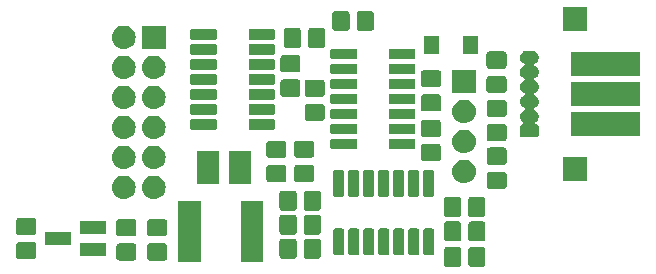
<source format=gts>
G04 #@! TF.GenerationSoftware,KiCad,Pcbnew,(5.1.4)-1*
G04 #@! TF.CreationDate,2020-02-28T22:33:25+00:00*
G04 #@! TF.ProjectId,analog,616e616c-6f67-42e6-9b69-6361645f7063,rev?*
G04 #@! TF.SameCoordinates,Original*
G04 #@! TF.FileFunction,Soldermask,Top*
G04 #@! TF.FilePolarity,Negative*
%FSLAX46Y46*%
G04 Gerber Fmt 4.6, Leading zero omitted, Abs format (unit mm)*
G04 Created by KiCad (PCBNEW (5.1.4)-1) date 2020-02-28 22:33:25*
%MOMM*%
%LPD*%
G04 APERTURE LIST*
%ADD10C,0.100000*%
G04 APERTURE END LIST*
D10*
G36*
X68243821Y-52114262D02*
G01*
X68289050Y-52127982D01*
X68330734Y-52150262D01*
X68367271Y-52180249D01*
X68397258Y-52216786D01*
X68419538Y-52258470D01*
X68433258Y-52303699D01*
X68438520Y-52357125D01*
X68438520Y-53560875D01*
X68433258Y-53614301D01*
X68419538Y-53659530D01*
X68397258Y-53701214D01*
X68367271Y-53737751D01*
X68330734Y-53767738D01*
X68289050Y-53790018D01*
X68243821Y-53803738D01*
X68190395Y-53809000D01*
X67236645Y-53809000D01*
X67183219Y-53803738D01*
X67137990Y-53790018D01*
X67096306Y-53767738D01*
X67059769Y-53737751D01*
X67029782Y-53701214D01*
X67007502Y-53659530D01*
X66993782Y-53614301D01*
X66988520Y-53560875D01*
X66988520Y-52357125D01*
X66993782Y-52303699D01*
X67007502Y-52258470D01*
X67029782Y-52216786D01*
X67059769Y-52180249D01*
X67096306Y-52150262D01*
X67137990Y-52127982D01*
X67183219Y-52114262D01*
X67236645Y-52109000D01*
X68190395Y-52109000D01*
X68243821Y-52114262D01*
X68243821Y-52114262D01*
G37*
G36*
X66193821Y-52114262D02*
G01*
X66239050Y-52127982D01*
X66280734Y-52150262D01*
X66317271Y-52180249D01*
X66347258Y-52216786D01*
X66369538Y-52258470D01*
X66383258Y-52303699D01*
X66388520Y-52357125D01*
X66388520Y-53560875D01*
X66383258Y-53614301D01*
X66369538Y-53659530D01*
X66347258Y-53701214D01*
X66317271Y-53737751D01*
X66280734Y-53767738D01*
X66239050Y-53790018D01*
X66193821Y-53803738D01*
X66140395Y-53809000D01*
X65186645Y-53809000D01*
X65133219Y-53803738D01*
X65087990Y-53790018D01*
X65046306Y-53767738D01*
X65009769Y-53737751D01*
X64979782Y-53701214D01*
X64957502Y-53659530D01*
X64943782Y-53614301D01*
X64938520Y-53560875D01*
X64938520Y-52357125D01*
X64943782Y-52303699D01*
X64957502Y-52258470D01*
X64979782Y-52216786D01*
X65009769Y-52180249D01*
X65046306Y-52150262D01*
X65087990Y-52127982D01*
X65133219Y-52114262D01*
X65186645Y-52109000D01*
X66140395Y-52109000D01*
X66193821Y-52114262D01*
X66193821Y-52114262D01*
G37*
G36*
X49622300Y-53387660D02*
G01*
X47722300Y-53387660D01*
X47722300Y-48232660D01*
X49622300Y-48232660D01*
X49622300Y-53387660D01*
X49622300Y-53387660D01*
G37*
G36*
X44313700Y-53387660D02*
G01*
X42413700Y-53387660D01*
X42413700Y-48232660D01*
X44313700Y-48232660D01*
X44313700Y-53387660D01*
X44313700Y-53387660D01*
G37*
G36*
X41288501Y-51826622D02*
G01*
X41333730Y-51840342D01*
X41375414Y-51862622D01*
X41411951Y-51892609D01*
X41441938Y-51929146D01*
X41464218Y-51970830D01*
X41477938Y-52016059D01*
X41483200Y-52069485D01*
X41483200Y-53023235D01*
X41477938Y-53076661D01*
X41464218Y-53121890D01*
X41441938Y-53163574D01*
X41411951Y-53200111D01*
X41375414Y-53230098D01*
X41333730Y-53252378D01*
X41288501Y-53266098D01*
X41235075Y-53271360D01*
X40031325Y-53271360D01*
X39977899Y-53266098D01*
X39932670Y-53252378D01*
X39890986Y-53230098D01*
X39854449Y-53200111D01*
X39824462Y-53163574D01*
X39802182Y-53121890D01*
X39788462Y-53076661D01*
X39783200Y-53023235D01*
X39783200Y-52069485D01*
X39788462Y-52016059D01*
X39802182Y-51970830D01*
X39824462Y-51929146D01*
X39854449Y-51892609D01*
X39890986Y-51862622D01*
X39932670Y-51840342D01*
X39977899Y-51826622D01*
X40031325Y-51821360D01*
X41235075Y-51821360D01*
X41288501Y-51826622D01*
X41288501Y-51826622D01*
G37*
G36*
X38697701Y-51826622D02*
G01*
X38742930Y-51840342D01*
X38784614Y-51862622D01*
X38821151Y-51892609D01*
X38851138Y-51929146D01*
X38873418Y-51970830D01*
X38887138Y-52016059D01*
X38892400Y-52069485D01*
X38892400Y-53023235D01*
X38887138Y-53076661D01*
X38873418Y-53121890D01*
X38851138Y-53163574D01*
X38821151Y-53200111D01*
X38784614Y-53230098D01*
X38742930Y-53252378D01*
X38697701Y-53266098D01*
X38644275Y-53271360D01*
X37440525Y-53271360D01*
X37387099Y-53266098D01*
X37341870Y-53252378D01*
X37300186Y-53230098D01*
X37263649Y-53200111D01*
X37233662Y-53163574D01*
X37211382Y-53121890D01*
X37197662Y-53076661D01*
X37192400Y-53023235D01*
X37192400Y-52069485D01*
X37197662Y-52016059D01*
X37211382Y-51970830D01*
X37233662Y-51929146D01*
X37263649Y-51892609D01*
X37300186Y-51862622D01*
X37341870Y-51840342D01*
X37387099Y-51826622D01*
X37440525Y-51821360D01*
X38644275Y-51821360D01*
X38697701Y-51826622D01*
X38697701Y-51826622D01*
G37*
G36*
X30214101Y-51725022D02*
G01*
X30259330Y-51738742D01*
X30301014Y-51761022D01*
X30337551Y-51791009D01*
X30367538Y-51827546D01*
X30389818Y-51869230D01*
X30403538Y-51914459D01*
X30408800Y-51967885D01*
X30408800Y-52921635D01*
X30403538Y-52975061D01*
X30389818Y-53020290D01*
X30367538Y-53061974D01*
X30337551Y-53098511D01*
X30301014Y-53128498D01*
X30259330Y-53150778D01*
X30214101Y-53164498D01*
X30160675Y-53169760D01*
X28956925Y-53169760D01*
X28903499Y-53164498D01*
X28858270Y-53150778D01*
X28816586Y-53128498D01*
X28780049Y-53098511D01*
X28750062Y-53061974D01*
X28727782Y-53020290D01*
X28714062Y-52975061D01*
X28708800Y-52921635D01*
X28708800Y-51967885D01*
X28714062Y-51914459D01*
X28727782Y-51869230D01*
X28750062Y-51827546D01*
X28780049Y-51791009D01*
X28816586Y-51761022D01*
X28858270Y-51738742D01*
X28903499Y-51725022D01*
X28956925Y-51719760D01*
X30160675Y-51719760D01*
X30214101Y-51725022D01*
X30214101Y-51725022D01*
G37*
G36*
X52254301Y-51413222D02*
G01*
X52299530Y-51426942D01*
X52341214Y-51449222D01*
X52377751Y-51479209D01*
X52407738Y-51515746D01*
X52430018Y-51557430D01*
X52443738Y-51602659D01*
X52449000Y-51656085D01*
X52449000Y-52859835D01*
X52443738Y-52913261D01*
X52430018Y-52958490D01*
X52407738Y-53000174D01*
X52377751Y-53036711D01*
X52341214Y-53066698D01*
X52299530Y-53088978D01*
X52254301Y-53102698D01*
X52200875Y-53107960D01*
X51247125Y-53107960D01*
X51193699Y-53102698D01*
X51148470Y-53088978D01*
X51106786Y-53066698D01*
X51070249Y-53036711D01*
X51040262Y-53000174D01*
X51017982Y-52958490D01*
X51004262Y-52913261D01*
X50999000Y-52859835D01*
X50999000Y-51656085D01*
X51004262Y-51602659D01*
X51017982Y-51557430D01*
X51040262Y-51515746D01*
X51070249Y-51479209D01*
X51106786Y-51449222D01*
X51148470Y-51426942D01*
X51193699Y-51413222D01*
X51247125Y-51407960D01*
X52200875Y-51407960D01*
X52254301Y-51413222D01*
X52254301Y-51413222D01*
G37*
G36*
X54304301Y-51413222D02*
G01*
X54349530Y-51426942D01*
X54391214Y-51449222D01*
X54427751Y-51479209D01*
X54457738Y-51515746D01*
X54480018Y-51557430D01*
X54493738Y-51602659D01*
X54499000Y-51656085D01*
X54499000Y-52859835D01*
X54493738Y-52913261D01*
X54480018Y-52958490D01*
X54457738Y-53000174D01*
X54427751Y-53036711D01*
X54391214Y-53066698D01*
X54349530Y-53088978D01*
X54304301Y-53102698D01*
X54250875Y-53107960D01*
X53297125Y-53107960D01*
X53243699Y-53102698D01*
X53198470Y-53088978D01*
X53156786Y-53066698D01*
X53120249Y-53036711D01*
X53090262Y-53000174D01*
X53067982Y-52958490D01*
X53054262Y-52913261D01*
X53049000Y-52859835D01*
X53049000Y-51656085D01*
X53054262Y-51602659D01*
X53067982Y-51557430D01*
X53090262Y-51515746D01*
X53120249Y-51479209D01*
X53156786Y-51449222D01*
X53198470Y-51426942D01*
X53243699Y-51413222D01*
X53297125Y-51407960D01*
X54250875Y-51407960D01*
X54304301Y-51413222D01*
X54304301Y-51413222D01*
G37*
G36*
X36324400Y-52919760D02*
G01*
X34124400Y-52919760D01*
X34124400Y-51819760D01*
X36324400Y-51819760D01*
X36324400Y-52919760D01*
X36324400Y-52919760D01*
G37*
G36*
X62671292Y-50563651D02*
G01*
X62701187Y-50572720D01*
X62728742Y-50587448D01*
X62752892Y-50607268D01*
X62772712Y-50631418D01*
X62787440Y-50658973D01*
X62796509Y-50688868D01*
X62800200Y-50726346D01*
X62800200Y-52643574D01*
X62796509Y-52681052D01*
X62787440Y-52710947D01*
X62772712Y-52738502D01*
X62752892Y-52762652D01*
X62728742Y-52782472D01*
X62701187Y-52797200D01*
X62671292Y-52806269D01*
X62633814Y-52809960D01*
X62066586Y-52809960D01*
X62029108Y-52806269D01*
X61999213Y-52797200D01*
X61971658Y-52782472D01*
X61947508Y-52762652D01*
X61927688Y-52738502D01*
X61912960Y-52710947D01*
X61903891Y-52681052D01*
X61900200Y-52643574D01*
X61900200Y-50726346D01*
X61903891Y-50688868D01*
X61912960Y-50658973D01*
X61927688Y-50631418D01*
X61947508Y-50607268D01*
X61971658Y-50587448D01*
X61999213Y-50572720D01*
X62029108Y-50563651D01*
X62066586Y-50559960D01*
X62633814Y-50559960D01*
X62671292Y-50563651D01*
X62671292Y-50563651D01*
G37*
G36*
X63941292Y-50563651D02*
G01*
X63971187Y-50572720D01*
X63998742Y-50587448D01*
X64022892Y-50607268D01*
X64042712Y-50631418D01*
X64057440Y-50658973D01*
X64066509Y-50688868D01*
X64070200Y-50726346D01*
X64070200Y-52643574D01*
X64066509Y-52681052D01*
X64057440Y-52710947D01*
X64042712Y-52738502D01*
X64022892Y-52762652D01*
X63998742Y-52782472D01*
X63971187Y-52797200D01*
X63941292Y-52806269D01*
X63903814Y-52809960D01*
X63336586Y-52809960D01*
X63299108Y-52806269D01*
X63269213Y-52797200D01*
X63241658Y-52782472D01*
X63217508Y-52762652D01*
X63197688Y-52738502D01*
X63182960Y-52710947D01*
X63173891Y-52681052D01*
X63170200Y-52643574D01*
X63170200Y-50726346D01*
X63173891Y-50688868D01*
X63182960Y-50658973D01*
X63197688Y-50631418D01*
X63217508Y-50607268D01*
X63241658Y-50587448D01*
X63269213Y-50572720D01*
X63299108Y-50563651D01*
X63336586Y-50559960D01*
X63903814Y-50559960D01*
X63941292Y-50563651D01*
X63941292Y-50563651D01*
G37*
G36*
X56321292Y-50563651D02*
G01*
X56351187Y-50572720D01*
X56378742Y-50587448D01*
X56402892Y-50607268D01*
X56422712Y-50631418D01*
X56437440Y-50658973D01*
X56446509Y-50688868D01*
X56450200Y-50726346D01*
X56450200Y-52643574D01*
X56446509Y-52681052D01*
X56437440Y-52710947D01*
X56422712Y-52738502D01*
X56402892Y-52762652D01*
X56378742Y-52782472D01*
X56351187Y-52797200D01*
X56321292Y-52806269D01*
X56283814Y-52809960D01*
X55716586Y-52809960D01*
X55679108Y-52806269D01*
X55649213Y-52797200D01*
X55621658Y-52782472D01*
X55597508Y-52762652D01*
X55577688Y-52738502D01*
X55562960Y-52710947D01*
X55553891Y-52681052D01*
X55550200Y-52643574D01*
X55550200Y-50726346D01*
X55553891Y-50688868D01*
X55562960Y-50658973D01*
X55577688Y-50631418D01*
X55597508Y-50607268D01*
X55621658Y-50587448D01*
X55649213Y-50572720D01*
X55679108Y-50563651D01*
X55716586Y-50559960D01*
X56283814Y-50559960D01*
X56321292Y-50563651D01*
X56321292Y-50563651D01*
G37*
G36*
X57591292Y-50563651D02*
G01*
X57621187Y-50572720D01*
X57648742Y-50587448D01*
X57672892Y-50607268D01*
X57692712Y-50631418D01*
X57707440Y-50658973D01*
X57716509Y-50688868D01*
X57720200Y-50726346D01*
X57720200Y-52643574D01*
X57716509Y-52681052D01*
X57707440Y-52710947D01*
X57692712Y-52738502D01*
X57672892Y-52762652D01*
X57648742Y-52782472D01*
X57621187Y-52797200D01*
X57591292Y-52806269D01*
X57553814Y-52809960D01*
X56986586Y-52809960D01*
X56949108Y-52806269D01*
X56919213Y-52797200D01*
X56891658Y-52782472D01*
X56867508Y-52762652D01*
X56847688Y-52738502D01*
X56832960Y-52710947D01*
X56823891Y-52681052D01*
X56820200Y-52643574D01*
X56820200Y-50726346D01*
X56823891Y-50688868D01*
X56832960Y-50658973D01*
X56847688Y-50631418D01*
X56867508Y-50607268D01*
X56891658Y-50587448D01*
X56919213Y-50572720D01*
X56949108Y-50563651D01*
X56986586Y-50559960D01*
X57553814Y-50559960D01*
X57591292Y-50563651D01*
X57591292Y-50563651D01*
G37*
G36*
X58861292Y-50563651D02*
G01*
X58891187Y-50572720D01*
X58918742Y-50587448D01*
X58942892Y-50607268D01*
X58962712Y-50631418D01*
X58977440Y-50658973D01*
X58986509Y-50688868D01*
X58990200Y-50726346D01*
X58990200Y-52643574D01*
X58986509Y-52681052D01*
X58977440Y-52710947D01*
X58962712Y-52738502D01*
X58942892Y-52762652D01*
X58918742Y-52782472D01*
X58891187Y-52797200D01*
X58861292Y-52806269D01*
X58823814Y-52809960D01*
X58256586Y-52809960D01*
X58219108Y-52806269D01*
X58189213Y-52797200D01*
X58161658Y-52782472D01*
X58137508Y-52762652D01*
X58117688Y-52738502D01*
X58102960Y-52710947D01*
X58093891Y-52681052D01*
X58090200Y-52643574D01*
X58090200Y-50726346D01*
X58093891Y-50688868D01*
X58102960Y-50658973D01*
X58117688Y-50631418D01*
X58137508Y-50607268D01*
X58161658Y-50587448D01*
X58189213Y-50572720D01*
X58219108Y-50563651D01*
X58256586Y-50559960D01*
X58823814Y-50559960D01*
X58861292Y-50563651D01*
X58861292Y-50563651D01*
G37*
G36*
X60131292Y-50563651D02*
G01*
X60161187Y-50572720D01*
X60188742Y-50587448D01*
X60212892Y-50607268D01*
X60232712Y-50631418D01*
X60247440Y-50658973D01*
X60256509Y-50688868D01*
X60260200Y-50726346D01*
X60260200Y-52643574D01*
X60256509Y-52681052D01*
X60247440Y-52710947D01*
X60232712Y-52738502D01*
X60212892Y-52762652D01*
X60188742Y-52782472D01*
X60161187Y-52797200D01*
X60131292Y-52806269D01*
X60093814Y-52809960D01*
X59526586Y-52809960D01*
X59489108Y-52806269D01*
X59459213Y-52797200D01*
X59431658Y-52782472D01*
X59407508Y-52762652D01*
X59387688Y-52738502D01*
X59372960Y-52710947D01*
X59363891Y-52681052D01*
X59360200Y-52643574D01*
X59360200Y-50726346D01*
X59363891Y-50688868D01*
X59372960Y-50658973D01*
X59387688Y-50631418D01*
X59407508Y-50607268D01*
X59431658Y-50587448D01*
X59459213Y-50572720D01*
X59489108Y-50563651D01*
X59526586Y-50559960D01*
X60093814Y-50559960D01*
X60131292Y-50563651D01*
X60131292Y-50563651D01*
G37*
G36*
X61401292Y-50563651D02*
G01*
X61431187Y-50572720D01*
X61458742Y-50587448D01*
X61482892Y-50607268D01*
X61502712Y-50631418D01*
X61517440Y-50658973D01*
X61526509Y-50688868D01*
X61530200Y-50726346D01*
X61530200Y-52643574D01*
X61526509Y-52681052D01*
X61517440Y-52710947D01*
X61502712Y-52738502D01*
X61482892Y-52762652D01*
X61458742Y-52782472D01*
X61431187Y-52797200D01*
X61401292Y-52806269D01*
X61363814Y-52809960D01*
X60796586Y-52809960D01*
X60759108Y-52806269D01*
X60729213Y-52797200D01*
X60701658Y-52782472D01*
X60677508Y-52762652D01*
X60657688Y-52738502D01*
X60642960Y-52710947D01*
X60633891Y-52681052D01*
X60630200Y-52643574D01*
X60630200Y-50726346D01*
X60633891Y-50688868D01*
X60642960Y-50658973D01*
X60657688Y-50631418D01*
X60677508Y-50607268D01*
X60701658Y-50587448D01*
X60729213Y-50572720D01*
X60759108Y-50563651D01*
X60796586Y-50559960D01*
X61363814Y-50559960D01*
X61401292Y-50563651D01*
X61401292Y-50563651D01*
G37*
G36*
X33324400Y-51969760D02*
G01*
X31124400Y-51969760D01*
X31124400Y-50869760D01*
X33324400Y-50869760D01*
X33324400Y-51969760D01*
X33324400Y-51969760D01*
G37*
G36*
X68243821Y-49965422D02*
G01*
X68289050Y-49979142D01*
X68330734Y-50001422D01*
X68367271Y-50031409D01*
X68397258Y-50067946D01*
X68419538Y-50109630D01*
X68433258Y-50154859D01*
X68438520Y-50208285D01*
X68438520Y-51412035D01*
X68433258Y-51465461D01*
X68419538Y-51510690D01*
X68397258Y-51552374D01*
X68367271Y-51588911D01*
X68330734Y-51618898D01*
X68289050Y-51641178D01*
X68243821Y-51654898D01*
X68190395Y-51660160D01*
X67236645Y-51660160D01*
X67183219Y-51654898D01*
X67137990Y-51641178D01*
X67096306Y-51618898D01*
X67059769Y-51588911D01*
X67029782Y-51552374D01*
X67007502Y-51510690D01*
X66993782Y-51465461D01*
X66988520Y-51412035D01*
X66988520Y-50208285D01*
X66993782Y-50154859D01*
X67007502Y-50109630D01*
X67029782Y-50067946D01*
X67059769Y-50031409D01*
X67096306Y-50001422D01*
X67137990Y-49979142D01*
X67183219Y-49965422D01*
X67236645Y-49960160D01*
X68190395Y-49960160D01*
X68243821Y-49965422D01*
X68243821Y-49965422D01*
G37*
G36*
X66193821Y-49965422D02*
G01*
X66239050Y-49979142D01*
X66280734Y-50001422D01*
X66317271Y-50031409D01*
X66347258Y-50067946D01*
X66369538Y-50109630D01*
X66383258Y-50154859D01*
X66388520Y-50208285D01*
X66388520Y-51412035D01*
X66383258Y-51465461D01*
X66369538Y-51510690D01*
X66347258Y-51552374D01*
X66317271Y-51588911D01*
X66280734Y-51618898D01*
X66239050Y-51641178D01*
X66193821Y-51654898D01*
X66140395Y-51660160D01*
X65186645Y-51660160D01*
X65133219Y-51654898D01*
X65087990Y-51641178D01*
X65046306Y-51618898D01*
X65009769Y-51588911D01*
X64979782Y-51552374D01*
X64957502Y-51510690D01*
X64943782Y-51465461D01*
X64938520Y-51412035D01*
X64938520Y-50208285D01*
X64943782Y-50154859D01*
X64957502Y-50109630D01*
X64979782Y-50067946D01*
X65009769Y-50031409D01*
X65046306Y-50001422D01*
X65087990Y-49979142D01*
X65133219Y-49965422D01*
X65186645Y-49960160D01*
X66140395Y-49960160D01*
X66193821Y-49965422D01*
X66193821Y-49965422D01*
G37*
G36*
X41288501Y-49776622D02*
G01*
X41333730Y-49790342D01*
X41375414Y-49812622D01*
X41411951Y-49842609D01*
X41441938Y-49879146D01*
X41464218Y-49920830D01*
X41477938Y-49966059D01*
X41483200Y-50019485D01*
X41483200Y-50973235D01*
X41477938Y-51026661D01*
X41464218Y-51071890D01*
X41441938Y-51113574D01*
X41411951Y-51150111D01*
X41375414Y-51180098D01*
X41333730Y-51202378D01*
X41288501Y-51216098D01*
X41235075Y-51221360D01*
X40031325Y-51221360D01*
X39977899Y-51216098D01*
X39932670Y-51202378D01*
X39890986Y-51180098D01*
X39854449Y-51150111D01*
X39824462Y-51113574D01*
X39802182Y-51071890D01*
X39788462Y-51026661D01*
X39783200Y-50973235D01*
X39783200Y-50019485D01*
X39788462Y-49966059D01*
X39802182Y-49920830D01*
X39824462Y-49879146D01*
X39854449Y-49842609D01*
X39890986Y-49812622D01*
X39932670Y-49790342D01*
X39977899Y-49776622D01*
X40031325Y-49771360D01*
X41235075Y-49771360D01*
X41288501Y-49776622D01*
X41288501Y-49776622D01*
G37*
G36*
X38697701Y-49776622D02*
G01*
X38742930Y-49790342D01*
X38784614Y-49812622D01*
X38821151Y-49842609D01*
X38851138Y-49879146D01*
X38873418Y-49920830D01*
X38887138Y-49966059D01*
X38892400Y-50019485D01*
X38892400Y-50973235D01*
X38887138Y-51026661D01*
X38873418Y-51071890D01*
X38851138Y-51113574D01*
X38821151Y-51150111D01*
X38784614Y-51180098D01*
X38742930Y-51202378D01*
X38697701Y-51216098D01*
X38644275Y-51221360D01*
X37440525Y-51221360D01*
X37387099Y-51216098D01*
X37341870Y-51202378D01*
X37300186Y-51180098D01*
X37263649Y-51150111D01*
X37233662Y-51113574D01*
X37211382Y-51071890D01*
X37197662Y-51026661D01*
X37192400Y-50973235D01*
X37192400Y-50019485D01*
X37197662Y-49966059D01*
X37211382Y-49920830D01*
X37233662Y-49879146D01*
X37263649Y-49842609D01*
X37300186Y-49812622D01*
X37341870Y-49790342D01*
X37387099Y-49776622D01*
X37440525Y-49771360D01*
X38644275Y-49771360D01*
X38697701Y-49776622D01*
X38697701Y-49776622D01*
G37*
G36*
X30214101Y-49675022D02*
G01*
X30259330Y-49688742D01*
X30301014Y-49711022D01*
X30337551Y-49741009D01*
X30367538Y-49777546D01*
X30389818Y-49819230D01*
X30403538Y-49864459D01*
X30408800Y-49917885D01*
X30408800Y-50871635D01*
X30403538Y-50925061D01*
X30389818Y-50970290D01*
X30367538Y-51011974D01*
X30337551Y-51048511D01*
X30301014Y-51078498D01*
X30259330Y-51100778D01*
X30214101Y-51114498D01*
X30160675Y-51119760D01*
X28956925Y-51119760D01*
X28903499Y-51114498D01*
X28858270Y-51100778D01*
X28816586Y-51078498D01*
X28780049Y-51048511D01*
X28750062Y-51011974D01*
X28727782Y-50970290D01*
X28714062Y-50925061D01*
X28708800Y-50871635D01*
X28708800Y-49917885D01*
X28714062Y-49864459D01*
X28727782Y-49819230D01*
X28750062Y-49777546D01*
X28780049Y-49741009D01*
X28816586Y-49711022D01*
X28858270Y-49688742D01*
X28903499Y-49675022D01*
X28956925Y-49669760D01*
X30160675Y-49669760D01*
X30214101Y-49675022D01*
X30214101Y-49675022D01*
G37*
G36*
X54304301Y-49381222D02*
G01*
X54349530Y-49394942D01*
X54391214Y-49417222D01*
X54427751Y-49447209D01*
X54457738Y-49483746D01*
X54480018Y-49525430D01*
X54493738Y-49570659D01*
X54499000Y-49624085D01*
X54499000Y-50827835D01*
X54493738Y-50881261D01*
X54480018Y-50926490D01*
X54457738Y-50968174D01*
X54427751Y-51004711D01*
X54391214Y-51034698D01*
X54349530Y-51056978D01*
X54304301Y-51070698D01*
X54250875Y-51075960D01*
X53297125Y-51075960D01*
X53243699Y-51070698D01*
X53198470Y-51056978D01*
X53156786Y-51034698D01*
X53120249Y-51004711D01*
X53090262Y-50968174D01*
X53067982Y-50926490D01*
X53054262Y-50881261D01*
X53049000Y-50827835D01*
X53049000Y-49624085D01*
X53054262Y-49570659D01*
X53067982Y-49525430D01*
X53090262Y-49483746D01*
X53120249Y-49447209D01*
X53156786Y-49417222D01*
X53198470Y-49394942D01*
X53243699Y-49381222D01*
X53297125Y-49375960D01*
X54250875Y-49375960D01*
X54304301Y-49381222D01*
X54304301Y-49381222D01*
G37*
G36*
X52254301Y-49381222D02*
G01*
X52299530Y-49394942D01*
X52341214Y-49417222D01*
X52377751Y-49447209D01*
X52407738Y-49483746D01*
X52430018Y-49525430D01*
X52443738Y-49570659D01*
X52449000Y-49624085D01*
X52449000Y-50827835D01*
X52443738Y-50881261D01*
X52430018Y-50926490D01*
X52407738Y-50968174D01*
X52377751Y-51004711D01*
X52341214Y-51034698D01*
X52299530Y-51056978D01*
X52254301Y-51070698D01*
X52200875Y-51075960D01*
X51247125Y-51075960D01*
X51193699Y-51070698D01*
X51148470Y-51056978D01*
X51106786Y-51034698D01*
X51070249Y-51004711D01*
X51040262Y-50968174D01*
X51017982Y-50926490D01*
X51004262Y-50881261D01*
X50999000Y-50827835D01*
X50999000Y-49624085D01*
X51004262Y-49570659D01*
X51017982Y-49525430D01*
X51040262Y-49483746D01*
X51070249Y-49447209D01*
X51106786Y-49417222D01*
X51148470Y-49394942D01*
X51193699Y-49381222D01*
X51247125Y-49375960D01*
X52200875Y-49375960D01*
X52254301Y-49381222D01*
X52254301Y-49381222D01*
G37*
G36*
X36324400Y-51019760D02*
G01*
X34124400Y-51019760D01*
X34124400Y-49919760D01*
X36324400Y-49919760D01*
X36324400Y-51019760D01*
X36324400Y-51019760D01*
G37*
G36*
X68233661Y-47880082D02*
G01*
X68278890Y-47893802D01*
X68320574Y-47916082D01*
X68357111Y-47946069D01*
X68387098Y-47982606D01*
X68409378Y-48024290D01*
X68423098Y-48069519D01*
X68428360Y-48122945D01*
X68428360Y-49326695D01*
X68423098Y-49380121D01*
X68409378Y-49425350D01*
X68387098Y-49467034D01*
X68357111Y-49503571D01*
X68320574Y-49533558D01*
X68278890Y-49555838D01*
X68233661Y-49569558D01*
X68180235Y-49574820D01*
X67226485Y-49574820D01*
X67173059Y-49569558D01*
X67127830Y-49555838D01*
X67086146Y-49533558D01*
X67049609Y-49503571D01*
X67019622Y-49467034D01*
X66997342Y-49425350D01*
X66983622Y-49380121D01*
X66978360Y-49326695D01*
X66978360Y-48122945D01*
X66983622Y-48069519D01*
X66997342Y-48024290D01*
X67019622Y-47982606D01*
X67049609Y-47946069D01*
X67086146Y-47916082D01*
X67127830Y-47893802D01*
X67173059Y-47880082D01*
X67226485Y-47874820D01*
X68180235Y-47874820D01*
X68233661Y-47880082D01*
X68233661Y-47880082D01*
G37*
G36*
X66183661Y-47880082D02*
G01*
X66228890Y-47893802D01*
X66270574Y-47916082D01*
X66307111Y-47946069D01*
X66337098Y-47982606D01*
X66359378Y-48024290D01*
X66373098Y-48069519D01*
X66378360Y-48122945D01*
X66378360Y-49326695D01*
X66373098Y-49380121D01*
X66359378Y-49425350D01*
X66337098Y-49467034D01*
X66307111Y-49503571D01*
X66270574Y-49533558D01*
X66228890Y-49555838D01*
X66183661Y-49569558D01*
X66130235Y-49574820D01*
X65176485Y-49574820D01*
X65123059Y-49569558D01*
X65077830Y-49555838D01*
X65036146Y-49533558D01*
X64999609Y-49503571D01*
X64969622Y-49467034D01*
X64947342Y-49425350D01*
X64933622Y-49380121D01*
X64928360Y-49326695D01*
X64928360Y-48122945D01*
X64933622Y-48069519D01*
X64947342Y-48024290D01*
X64969622Y-47982606D01*
X64999609Y-47946069D01*
X65036146Y-47916082D01*
X65077830Y-47893802D01*
X65123059Y-47880082D01*
X65176485Y-47874820D01*
X66130235Y-47874820D01*
X66183661Y-47880082D01*
X66183661Y-47880082D01*
G37*
G36*
X54304301Y-47349222D02*
G01*
X54349530Y-47362942D01*
X54391214Y-47385222D01*
X54427751Y-47415209D01*
X54457738Y-47451746D01*
X54480018Y-47493430D01*
X54493738Y-47538659D01*
X54499000Y-47592085D01*
X54499000Y-48795835D01*
X54493738Y-48849261D01*
X54480018Y-48894490D01*
X54457738Y-48936174D01*
X54427751Y-48972711D01*
X54391214Y-49002698D01*
X54349530Y-49024978D01*
X54304301Y-49038698D01*
X54250875Y-49043960D01*
X53297125Y-49043960D01*
X53243699Y-49038698D01*
X53198470Y-49024978D01*
X53156786Y-49002698D01*
X53120249Y-48972711D01*
X53090262Y-48936174D01*
X53067982Y-48894490D01*
X53054262Y-48849261D01*
X53049000Y-48795835D01*
X53049000Y-47592085D01*
X53054262Y-47538659D01*
X53067982Y-47493430D01*
X53090262Y-47451746D01*
X53120249Y-47415209D01*
X53156786Y-47385222D01*
X53198470Y-47362942D01*
X53243699Y-47349222D01*
X53297125Y-47343960D01*
X54250875Y-47343960D01*
X54304301Y-47349222D01*
X54304301Y-47349222D01*
G37*
G36*
X52254301Y-47349222D02*
G01*
X52299530Y-47362942D01*
X52341214Y-47385222D01*
X52377751Y-47415209D01*
X52407738Y-47451746D01*
X52430018Y-47493430D01*
X52443738Y-47538659D01*
X52449000Y-47592085D01*
X52449000Y-48795835D01*
X52443738Y-48849261D01*
X52430018Y-48894490D01*
X52407738Y-48936174D01*
X52377751Y-48972711D01*
X52341214Y-49002698D01*
X52299530Y-49024978D01*
X52254301Y-49038698D01*
X52200875Y-49043960D01*
X51247125Y-49043960D01*
X51193699Y-49038698D01*
X51148470Y-49024978D01*
X51106786Y-49002698D01*
X51070249Y-48972711D01*
X51040262Y-48936174D01*
X51017982Y-48894490D01*
X51004262Y-48849261D01*
X50999000Y-48795835D01*
X50999000Y-47592085D01*
X51004262Y-47538659D01*
X51017982Y-47493430D01*
X51040262Y-47451746D01*
X51070249Y-47415209D01*
X51106786Y-47385222D01*
X51148470Y-47362942D01*
X51193699Y-47349222D01*
X51247125Y-47343960D01*
X52200875Y-47343960D01*
X52254301Y-47349222D01*
X52254301Y-47349222D01*
G37*
G36*
X38009836Y-46090830D02*
G01*
X38198332Y-46148009D01*
X38372058Y-46240868D01*
X38524328Y-46365832D01*
X38649292Y-46518102D01*
X38742151Y-46691828D01*
X38799330Y-46880324D01*
X38818638Y-47076360D01*
X38799330Y-47272396D01*
X38742151Y-47460892D01*
X38649292Y-47634618D01*
X38524328Y-47786888D01*
X38372058Y-47911852D01*
X38198332Y-48004711D01*
X38009836Y-48061890D01*
X37862920Y-48076360D01*
X37764680Y-48076360D01*
X37617764Y-48061890D01*
X37429268Y-48004711D01*
X37255542Y-47911852D01*
X37103272Y-47786888D01*
X36978308Y-47634618D01*
X36885449Y-47460892D01*
X36828270Y-47272396D01*
X36808962Y-47076360D01*
X36828270Y-46880324D01*
X36885449Y-46691828D01*
X36978308Y-46518102D01*
X37103272Y-46365832D01*
X37255542Y-46240868D01*
X37429268Y-46148009D01*
X37617764Y-46090830D01*
X37764680Y-46076360D01*
X37862920Y-46076360D01*
X38009836Y-46090830D01*
X38009836Y-46090830D01*
G37*
G36*
X40549836Y-46090830D02*
G01*
X40738332Y-46148009D01*
X40912058Y-46240868D01*
X41064328Y-46365832D01*
X41189292Y-46518102D01*
X41282151Y-46691828D01*
X41339330Y-46880324D01*
X41358638Y-47076360D01*
X41339330Y-47272396D01*
X41282151Y-47460892D01*
X41189292Y-47634618D01*
X41064328Y-47786888D01*
X40912058Y-47911852D01*
X40738332Y-48004711D01*
X40549836Y-48061890D01*
X40402920Y-48076360D01*
X40304680Y-48076360D01*
X40157764Y-48061890D01*
X39969268Y-48004711D01*
X39795542Y-47911852D01*
X39643272Y-47786888D01*
X39518308Y-47634618D01*
X39425449Y-47460892D01*
X39368270Y-47272396D01*
X39348962Y-47076360D01*
X39368270Y-46880324D01*
X39425449Y-46691828D01*
X39518308Y-46518102D01*
X39643272Y-46365832D01*
X39795542Y-46240868D01*
X39969268Y-46148009D01*
X40157764Y-46090830D01*
X40304680Y-46076360D01*
X40402920Y-46076360D01*
X40549836Y-46090830D01*
X40549836Y-46090830D01*
G37*
G36*
X63941292Y-45613651D02*
G01*
X63971187Y-45622720D01*
X63998742Y-45637448D01*
X64022892Y-45657268D01*
X64042712Y-45681418D01*
X64057440Y-45708973D01*
X64066509Y-45738868D01*
X64070200Y-45776346D01*
X64070200Y-47693574D01*
X64066509Y-47731052D01*
X64057440Y-47760947D01*
X64042712Y-47788502D01*
X64022892Y-47812652D01*
X63998742Y-47832472D01*
X63971187Y-47847200D01*
X63941292Y-47856269D01*
X63903814Y-47859960D01*
X63336586Y-47859960D01*
X63299108Y-47856269D01*
X63269213Y-47847200D01*
X63241658Y-47832472D01*
X63217508Y-47812652D01*
X63197688Y-47788502D01*
X63182960Y-47760947D01*
X63173891Y-47731052D01*
X63170200Y-47693574D01*
X63170200Y-45776346D01*
X63173891Y-45738868D01*
X63182960Y-45708973D01*
X63197688Y-45681418D01*
X63217508Y-45657268D01*
X63241658Y-45637448D01*
X63269213Y-45622720D01*
X63299108Y-45613651D01*
X63336586Y-45609960D01*
X63903814Y-45609960D01*
X63941292Y-45613651D01*
X63941292Y-45613651D01*
G37*
G36*
X56321292Y-45613651D02*
G01*
X56351187Y-45622720D01*
X56378742Y-45637448D01*
X56402892Y-45657268D01*
X56422712Y-45681418D01*
X56437440Y-45708973D01*
X56446509Y-45738868D01*
X56450200Y-45776346D01*
X56450200Y-47693574D01*
X56446509Y-47731052D01*
X56437440Y-47760947D01*
X56422712Y-47788502D01*
X56402892Y-47812652D01*
X56378742Y-47832472D01*
X56351187Y-47847200D01*
X56321292Y-47856269D01*
X56283814Y-47859960D01*
X55716586Y-47859960D01*
X55679108Y-47856269D01*
X55649213Y-47847200D01*
X55621658Y-47832472D01*
X55597508Y-47812652D01*
X55577688Y-47788502D01*
X55562960Y-47760947D01*
X55553891Y-47731052D01*
X55550200Y-47693574D01*
X55550200Y-45776346D01*
X55553891Y-45738868D01*
X55562960Y-45708973D01*
X55577688Y-45681418D01*
X55597508Y-45657268D01*
X55621658Y-45637448D01*
X55649213Y-45622720D01*
X55679108Y-45613651D01*
X55716586Y-45609960D01*
X56283814Y-45609960D01*
X56321292Y-45613651D01*
X56321292Y-45613651D01*
G37*
G36*
X57591292Y-45613651D02*
G01*
X57621187Y-45622720D01*
X57648742Y-45637448D01*
X57672892Y-45657268D01*
X57692712Y-45681418D01*
X57707440Y-45708973D01*
X57716509Y-45738868D01*
X57720200Y-45776346D01*
X57720200Y-47693574D01*
X57716509Y-47731052D01*
X57707440Y-47760947D01*
X57692712Y-47788502D01*
X57672892Y-47812652D01*
X57648742Y-47832472D01*
X57621187Y-47847200D01*
X57591292Y-47856269D01*
X57553814Y-47859960D01*
X56986586Y-47859960D01*
X56949108Y-47856269D01*
X56919213Y-47847200D01*
X56891658Y-47832472D01*
X56867508Y-47812652D01*
X56847688Y-47788502D01*
X56832960Y-47760947D01*
X56823891Y-47731052D01*
X56820200Y-47693574D01*
X56820200Y-45776346D01*
X56823891Y-45738868D01*
X56832960Y-45708973D01*
X56847688Y-45681418D01*
X56867508Y-45657268D01*
X56891658Y-45637448D01*
X56919213Y-45622720D01*
X56949108Y-45613651D01*
X56986586Y-45609960D01*
X57553814Y-45609960D01*
X57591292Y-45613651D01*
X57591292Y-45613651D01*
G37*
G36*
X58861292Y-45613651D02*
G01*
X58891187Y-45622720D01*
X58918742Y-45637448D01*
X58942892Y-45657268D01*
X58962712Y-45681418D01*
X58977440Y-45708973D01*
X58986509Y-45738868D01*
X58990200Y-45776346D01*
X58990200Y-47693574D01*
X58986509Y-47731052D01*
X58977440Y-47760947D01*
X58962712Y-47788502D01*
X58942892Y-47812652D01*
X58918742Y-47832472D01*
X58891187Y-47847200D01*
X58861292Y-47856269D01*
X58823814Y-47859960D01*
X58256586Y-47859960D01*
X58219108Y-47856269D01*
X58189213Y-47847200D01*
X58161658Y-47832472D01*
X58137508Y-47812652D01*
X58117688Y-47788502D01*
X58102960Y-47760947D01*
X58093891Y-47731052D01*
X58090200Y-47693574D01*
X58090200Y-45776346D01*
X58093891Y-45738868D01*
X58102960Y-45708973D01*
X58117688Y-45681418D01*
X58137508Y-45657268D01*
X58161658Y-45637448D01*
X58189213Y-45622720D01*
X58219108Y-45613651D01*
X58256586Y-45609960D01*
X58823814Y-45609960D01*
X58861292Y-45613651D01*
X58861292Y-45613651D01*
G37*
G36*
X60131292Y-45613651D02*
G01*
X60161187Y-45622720D01*
X60188742Y-45637448D01*
X60212892Y-45657268D01*
X60232712Y-45681418D01*
X60247440Y-45708973D01*
X60256509Y-45738868D01*
X60260200Y-45776346D01*
X60260200Y-47693574D01*
X60256509Y-47731052D01*
X60247440Y-47760947D01*
X60232712Y-47788502D01*
X60212892Y-47812652D01*
X60188742Y-47832472D01*
X60161187Y-47847200D01*
X60131292Y-47856269D01*
X60093814Y-47859960D01*
X59526586Y-47859960D01*
X59489108Y-47856269D01*
X59459213Y-47847200D01*
X59431658Y-47832472D01*
X59407508Y-47812652D01*
X59387688Y-47788502D01*
X59372960Y-47760947D01*
X59363891Y-47731052D01*
X59360200Y-47693574D01*
X59360200Y-45776346D01*
X59363891Y-45738868D01*
X59372960Y-45708973D01*
X59387688Y-45681418D01*
X59407508Y-45657268D01*
X59431658Y-45637448D01*
X59459213Y-45622720D01*
X59489108Y-45613651D01*
X59526586Y-45609960D01*
X60093814Y-45609960D01*
X60131292Y-45613651D01*
X60131292Y-45613651D01*
G37*
G36*
X61401292Y-45613651D02*
G01*
X61431187Y-45622720D01*
X61458742Y-45637448D01*
X61482892Y-45657268D01*
X61502712Y-45681418D01*
X61517440Y-45708973D01*
X61526509Y-45738868D01*
X61530200Y-45776346D01*
X61530200Y-47693574D01*
X61526509Y-47731052D01*
X61517440Y-47760947D01*
X61502712Y-47788502D01*
X61482892Y-47812652D01*
X61458742Y-47832472D01*
X61431187Y-47847200D01*
X61401292Y-47856269D01*
X61363814Y-47859960D01*
X60796586Y-47859960D01*
X60759108Y-47856269D01*
X60729213Y-47847200D01*
X60701658Y-47832472D01*
X60677508Y-47812652D01*
X60657688Y-47788502D01*
X60642960Y-47760947D01*
X60633891Y-47731052D01*
X60630200Y-47693574D01*
X60630200Y-45776346D01*
X60633891Y-45738868D01*
X60642960Y-45708973D01*
X60657688Y-45681418D01*
X60677508Y-45657268D01*
X60701658Y-45637448D01*
X60729213Y-45622720D01*
X60759108Y-45613651D01*
X60796586Y-45609960D01*
X61363814Y-45609960D01*
X61401292Y-45613651D01*
X61401292Y-45613651D01*
G37*
G36*
X62671292Y-45613651D02*
G01*
X62701187Y-45622720D01*
X62728742Y-45637448D01*
X62752892Y-45657268D01*
X62772712Y-45681418D01*
X62787440Y-45708973D01*
X62796509Y-45738868D01*
X62800200Y-45776346D01*
X62800200Y-47693574D01*
X62796509Y-47731052D01*
X62787440Y-47760947D01*
X62772712Y-47788502D01*
X62752892Y-47812652D01*
X62728742Y-47832472D01*
X62701187Y-47847200D01*
X62671292Y-47856269D01*
X62633814Y-47859960D01*
X62066586Y-47859960D01*
X62029108Y-47856269D01*
X61999213Y-47847200D01*
X61971658Y-47832472D01*
X61947508Y-47812652D01*
X61927688Y-47788502D01*
X61912960Y-47760947D01*
X61903891Y-47731052D01*
X61900200Y-47693574D01*
X61900200Y-45776346D01*
X61903891Y-45738868D01*
X61912960Y-45708973D01*
X61927688Y-45681418D01*
X61947508Y-45657268D01*
X61971658Y-45637448D01*
X61999213Y-45622720D01*
X62029108Y-45613651D01*
X62066586Y-45609960D01*
X62633814Y-45609960D01*
X62671292Y-45613651D01*
X62671292Y-45613651D01*
G37*
G36*
X70041301Y-45756022D02*
G01*
X70086530Y-45769742D01*
X70128214Y-45792022D01*
X70164751Y-45822009D01*
X70194738Y-45858546D01*
X70217018Y-45900230D01*
X70230738Y-45945459D01*
X70236000Y-45998885D01*
X70236000Y-46952635D01*
X70230738Y-47006061D01*
X70217018Y-47051290D01*
X70194738Y-47092974D01*
X70164751Y-47129511D01*
X70128214Y-47159498D01*
X70086530Y-47181778D01*
X70041301Y-47195498D01*
X69987875Y-47200760D01*
X68784125Y-47200760D01*
X68730699Y-47195498D01*
X68685470Y-47181778D01*
X68643786Y-47159498D01*
X68607249Y-47129511D01*
X68577262Y-47092974D01*
X68554982Y-47051290D01*
X68541262Y-47006061D01*
X68536000Y-46952635D01*
X68536000Y-45998885D01*
X68541262Y-45945459D01*
X68554982Y-45900230D01*
X68577262Y-45858546D01*
X68607249Y-45822009D01*
X68643786Y-45792022D01*
X68685470Y-45769742D01*
X68730699Y-45756022D01*
X68784125Y-45750760D01*
X69987875Y-45750760D01*
X70041301Y-45756022D01*
X70041301Y-45756022D01*
G37*
G36*
X45877400Y-46807180D02*
G01*
X44017400Y-46807180D01*
X44017400Y-43957180D01*
X45877400Y-43957180D01*
X45877400Y-46807180D01*
X45877400Y-46807180D01*
G37*
G36*
X48577400Y-46807180D02*
G01*
X46717400Y-46807180D01*
X46717400Y-43957180D01*
X48577400Y-43957180D01*
X48577400Y-46807180D01*
X48577400Y-46807180D01*
G37*
G36*
X66813436Y-44744630D02*
G01*
X67001932Y-44801809D01*
X67175658Y-44894668D01*
X67327928Y-45019632D01*
X67452892Y-45171902D01*
X67545751Y-45345628D01*
X67602930Y-45534124D01*
X67622238Y-45730160D01*
X67602930Y-45926196D01*
X67545751Y-46114692D01*
X67452892Y-46288418D01*
X67327928Y-46440688D01*
X67175658Y-46565652D01*
X67001932Y-46658511D01*
X66813436Y-46715690D01*
X66666520Y-46730160D01*
X66568280Y-46730160D01*
X66421364Y-46715690D01*
X66232868Y-46658511D01*
X66059142Y-46565652D01*
X65906872Y-46440688D01*
X65781908Y-46288418D01*
X65689049Y-46114692D01*
X65631870Y-45926196D01*
X65612562Y-45730160D01*
X65631870Y-45534124D01*
X65689049Y-45345628D01*
X65781908Y-45171902D01*
X65906872Y-45019632D01*
X66059142Y-44894668D01*
X66232868Y-44801809D01*
X66421364Y-44744630D01*
X66568280Y-44730160D01*
X66666520Y-44730160D01*
X66813436Y-44744630D01*
X66813436Y-44744630D01*
G37*
G36*
X51397701Y-45181982D02*
G01*
X51442930Y-45195702D01*
X51484614Y-45217982D01*
X51521151Y-45247969D01*
X51551138Y-45284506D01*
X51573418Y-45326190D01*
X51587138Y-45371419D01*
X51592400Y-45424845D01*
X51592400Y-46378595D01*
X51587138Y-46432021D01*
X51573418Y-46477250D01*
X51551138Y-46518934D01*
X51521151Y-46555471D01*
X51484614Y-46585458D01*
X51442930Y-46607738D01*
X51397701Y-46621458D01*
X51344275Y-46626720D01*
X50140525Y-46626720D01*
X50087099Y-46621458D01*
X50041870Y-46607738D01*
X50000186Y-46585458D01*
X49963649Y-46555471D01*
X49933662Y-46518934D01*
X49911382Y-46477250D01*
X49897662Y-46432021D01*
X49892400Y-46378595D01*
X49892400Y-45424845D01*
X49897662Y-45371419D01*
X49911382Y-45326190D01*
X49933662Y-45284506D01*
X49963649Y-45247969D01*
X50000186Y-45217982D01*
X50041870Y-45195702D01*
X50087099Y-45181982D01*
X50140525Y-45176720D01*
X51344275Y-45176720D01*
X51397701Y-45181982D01*
X51397701Y-45181982D01*
G37*
G36*
X53734501Y-45171822D02*
G01*
X53779730Y-45185542D01*
X53821414Y-45207822D01*
X53857951Y-45237809D01*
X53887938Y-45274346D01*
X53910218Y-45316030D01*
X53923938Y-45361259D01*
X53929200Y-45414685D01*
X53929200Y-46368435D01*
X53923938Y-46421861D01*
X53910218Y-46467090D01*
X53887938Y-46508774D01*
X53857951Y-46545311D01*
X53821414Y-46575298D01*
X53779730Y-46597578D01*
X53734501Y-46611298D01*
X53681075Y-46616560D01*
X52477325Y-46616560D01*
X52423899Y-46611298D01*
X52378670Y-46597578D01*
X52336986Y-46575298D01*
X52300449Y-46545311D01*
X52270462Y-46508774D01*
X52248182Y-46467090D01*
X52234462Y-46421861D01*
X52229200Y-46368435D01*
X52229200Y-45414685D01*
X52234462Y-45361259D01*
X52248182Y-45316030D01*
X52270462Y-45274346D01*
X52300449Y-45237809D01*
X52336986Y-45207822D01*
X52378670Y-45185542D01*
X52423899Y-45171822D01*
X52477325Y-45166560D01*
X53681075Y-45166560D01*
X53734501Y-45171822D01*
X53734501Y-45171822D01*
G37*
G36*
X77040800Y-46500960D02*
G01*
X75040800Y-46500960D01*
X75040800Y-44500960D01*
X77040800Y-44500960D01*
X77040800Y-46500960D01*
X77040800Y-46500960D01*
G37*
G36*
X38009836Y-43550830D02*
G01*
X38198332Y-43608009D01*
X38372058Y-43700868D01*
X38524328Y-43825832D01*
X38649292Y-43978102D01*
X38742151Y-44151828D01*
X38799330Y-44340324D01*
X38818638Y-44536360D01*
X38799330Y-44732396D01*
X38742151Y-44920892D01*
X38649292Y-45094618D01*
X38524328Y-45246888D01*
X38372058Y-45371852D01*
X38198332Y-45464711D01*
X38009836Y-45521890D01*
X37862920Y-45536360D01*
X37764680Y-45536360D01*
X37617764Y-45521890D01*
X37429268Y-45464711D01*
X37255542Y-45371852D01*
X37103272Y-45246888D01*
X36978308Y-45094618D01*
X36885449Y-44920892D01*
X36828270Y-44732396D01*
X36808962Y-44536360D01*
X36828270Y-44340324D01*
X36885449Y-44151828D01*
X36978308Y-43978102D01*
X37103272Y-43825832D01*
X37255542Y-43700868D01*
X37429268Y-43608009D01*
X37617764Y-43550830D01*
X37764680Y-43536360D01*
X37862920Y-43536360D01*
X38009836Y-43550830D01*
X38009836Y-43550830D01*
G37*
G36*
X40549836Y-43550830D02*
G01*
X40738332Y-43608009D01*
X40912058Y-43700868D01*
X41064328Y-43825832D01*
X41189292Y-43978102D01*
X41282151Y-44151828D01*
X41339330Y-44340324D01*
X41358638Y-44536360D01*
X41339330Y-44732396D01*
X41282151Y-44920892D01*
X41189292Y-45094618D01*
X41064328Y-45246888D01*
X40912058Y-45371852D01*
X40738332Y-45464711D01*
X40549836Y-45521890D01*
X40402920Y-45536360D01*
X40304680Y-45536360D01*
X40157764Y-45521890D01*
X39969268Y-45464711D01*
X39795542Y-45371852D01*
X39643272Y-45246888D01*
X39518308Y-45094618D01*
X39425449Y-44920892D01*
X39368270Y-44732396D01*
X39348962Y-44536360D01*
X39368270Y-44340324D01*
X39425449Y-44151828D01*
X39518308Y-43978102D01*
X39643272Y-43825832D01*
X39795542Y-43700868D01*
X39969268Y-43608009D01*
X40157764Y-43550830D01*
X40304680Y-43536360D01*
X40402920Y-43536360D01*
X40549836Y-43550830D01*
X40549836Y-43550830D01*
G37*
G36*
X70041301Y-43706022D02*
G01*
X70086530Y-43719742D01*
X70128214Y-43742022D01*
X70164751Y-43772009D01*
X70194738Y-43808546D01*
X70217018Y-43850230D01*
X70230738Y-43895459D01*
X70236000Y-43948885D01*
X70236000Y-44902635D01*
X70230738Y-44956061D01*
X70217018Y-45001290D01*
X70194738Y-45042974D01*
X70164751Y-45079511D01*
X70128214Y-45109498D01*
X70086530Y-45131778D01*
X70041301Y-45145498D01*
X69987875Y-45150760D01*
X68784125Y-45150760D01*
X68730699Y-45145498D01*
X68685470Y-45131778D01*
X68643786Y-45109498D01*
X68607249Y-45079511D01*
X68577262Y-45042974D01*
X68554982Y-45001290D01*
X68541262Y-44956061D01*
X68536000Y-44902635D01*
X68536000Y-43948885D01*
X68541262Y-43895459D01*
X68554982Y-43850230D01*
X68577262Y-43808546D01*
X68607249Y-43772009D01*
X68643786Y-43742022D01*
X68685470Y-43719742D01*
X68730699Y-43706022D01*
X68784125Y-43700760D01*
X69987875Y-43700760D01*
X70041301Y-43706022D01*
X70041301Y-43706022D01*
G37*
G36*
X64466001Y-43406522D02*
G01*
X64511230Y-43420242D01*
X64552914Y-43442522D01*
X64589451Y-43472509D01*
X64619438Y-43509046D01*
X64641718Y-43550730D01*
X64655438Y-43595959D01*
X64660700Y-43649385D01*
X64660700Y-44603135D01*
X64655438Y-44656561D01*
X64641718Y-44701790D01*
X64619438Y-44743474D01*
X64589451Y-44780011D01*
X64552914Y-44809998D01*
X64511230Y-44832278D01*
X64466001Y-44845998D01*
X64412575Y-44851260D01*
X63208825Y-44851260D01*
X63155399Y-44845998D01*
X63110170Y-44832278D01*
X63068486Y-44809998D01*
X63031949Y-44780011D01*
X63001962Y-44743474D01*
X62979682Y-44701790D01*
X62965962Y-44656561D01*
X62960700Y-44603135D01*
X62960700Y-43649385D01*
X62965962Y-43595959D01*
X62979682Y-43550730D01*
X63001962Y-43509046D01*
X63031949Y-43472509D01*
X63068486Y-43442522D01*
X63110170Y-43420242D01*
X63155399Y-43406522D01*
X63208825Y-43401260D01*
X64412575Y-43401260D01*
X64466001Y-43406522D01*
X64466001Y-43406522D01*
G37*
G36*
X51397701Y-43131982D02*
G01*
X51442930Y-43145702D01*
X51484614Y-43167982D01*
X51521151Y-43197969D01*
X51551138Y-43234506D01*
X51573418Y-43276190D01*
X51587138Y-43321419D01*
X51592400Y-43374845D01*
X51592400Y-44328595D01*
X51587138Y-44382021D01*
X51573418Y-44427250D01*
X51551138Y-44468934D01*
X51521151Y-44505471D01*
X51484614Y-44535458D01*
X51442930Y-44557738D01*
X51397701Y-44571458D01*
X51344275Y-44576720D01*
X50140525Y-44576720D01*
X50087099Y-44571458D01*
X50041870Y-44557738D01*
X50000186Y-44535458D01*
X49963649Y-44505471D01*
X49933662Y-44468934D01*
X49911382Y-44427250D01*
X49897662Y-44382021D01*
X49892400Y-44328595D01*
X49892400Y-43374845D01*
X49897662Y-43321419D01*
X49911382Y-43276190D01*
X49933662Y-43234506D01*
X49963649Y-43197969D01*
X50000186Y-43167982D01*
X50041870Y-43145702D01*
X50087099Y-43131982D01*
X50140525Y-43126720D01*
X51344275Y-43126720D01*
X51397701Y-43131982D01*
X51397701Y-43131982D01*
G37*
G36*
X53734501Y-43121822D02*
G01*
X53779730Y-43135542D01*
X53821414Y-43157822D01*
X53857951Y-43187809D01*
X53887938Y-43224346D01*
X53910218Y-43266030D01*
X53923938Y-43311259D01*
X53929200Y-43364685D01*
X53929200Y-44318435D01*
X53923938Y-44371861D01*
X53910218Y-44417090D01*
X53887938Y-44458774D01*
X53857951Y-44495311D01*
X53821414Y-44525298D01*
X53779730Y-44547578D01*
X53734501Y-44561298D01*
X53681075Y-44566560D01*
X52477325Y-44566560D01*
X52423899Y-44561298D01*
X52378670Y-44547578D01*
X52336986Y-44525298D01*
X52300449Y-44495311D01*
X52270462Y-44458774D01*
X52248182Y-44417090D01*
X52234462Y-44371861D01*
X52229200Y-44318435D01*
X52229200Y-43364685D01*
X52234462Y-43311259D01*
X52248182Y-43266030D01*
X52270462Y-43224346D01*
X52300449Y-43187809D01*
X52336986Y-43157822D01*
X52378670Y-43135542D01*
X52423899Y-43121822D01*
X52477325Y-43116560D01*
X53681075Y-43116560D01*
X53734501Y-43121822D01*
X53734501Y-43121822D01*
G37*
G36*
X66813436Y-42204630D02*
G01*
X67001932Y-42261809D01*
X67175658Y-42354668D01*
X67327928Y-42479632D01*
X67452892Y-42631902D01*
X67545751Y-42805628D01*
X67602930Y-42994124D01*
X67622238Y-43190160D01*
X67602930Y-43386196D01*
X67545751Y-43574692D01*
X67452892Y-43748418D01*
X67327928Y-43900688D01*
X67175658Y-44025652D01*
X67001932Y-44118511D01*
X66813436Y-44175690D01*
X66666520Y-44190160D01*
X66568280Y-44190160D01*
X66421364Y-44175690D01*
X66232868Y-44118511D01*
X66059142Y-44025652D01*
X65906872Y-43900688D01*
X65781908Y-43748418D01*
X65689049Y-43574692D01*
X65631870Y-43386196D01*
X65612562Y-43190160D01*
X65631870Y-42994124D01*
X65689049Y-42805628D01*
X65781908Y-42631902D01*
X65906872Y-42479632D01*
X66059142Y-42354668D01*
X66232868Y-42261809D01*
X66421364Y-42204630D01*
X66568280Y-42190160D01*
X66666520Y-42190160D01*
X66813436Y-42204630D01*
X66813436Y-42204630D01*
G37*
G36*
X62379592Y-42947051D02*
G01*
X62409487Y-42956120D01*
X62437042Y-42970848D01*
X62461192Y-42990668D01*
X62481012Y-43014818D01*
X62495740Y-43042373D01*
X62504809Y-43072268D01*
X62508500Y-43109746D01*
X62508500Y-43676974D01*
X62504809Y-43714452D01*
X62495740Y-43744347D01*
X62481012Y-43771902D01*
X62461192Y-43796052D01*
X62437042Y-43815872D01*
X62409487Y-43830600D01*
X62379592Y-43839669D01*
X62342114Y-43843360D01*
X60424886Y-43843360D01*
X60387408Y-43839669D01*
X60357513Y-43830600D01*
X60329958Y-43815872D01*
X60305808Y-43796052D01*
X60285988Y-43771902D01*
X60271260Y-43744347D01*
X60262191Y-43714452D01*
X60258500Y-43676974D01*
X60258500Y-43109746D01*
X60262191Y-43072268D01*
X60271260Y-43042373D01*
X60285988Y-43014818D01*
X60305808Y-42990668D01*
X60329958Y-42970848D01*
X60357513Y-42956120D01*
X60387408Y-42947051D01*
X60424886Y-42943360D01*
X62342114Y-42943360D01*
X62379592Y-42947051D01*
X62379592Y-42947051D01*
G37*
G36*
X57429592Y-42947051D02*
G01*
X57459487Y-42956120D01*
X57487042Y-42970848D01*
X57511192Y-42990668D01*
X57531012Y-43014818D01*
X57545740Y-43042373D01*
X57554809Y-43072268D01*
X57558500Y-43109746D01*
X57558500Y-43676974D01*
X57554809Y-43714452D01*
X57545740Y-43744347D01*
X57531012Y-43771902D01*
X57511192Y-43796052D01*
X57487042Y-43815872D01*
X57459487Y-43830600D01*
X57429592Y-43839669D01*
X57392114Y-43843360D01*
X55474886Y-43843360D01*
X55437408Y-43839669D01*
X55407513Y-43830600D01*
X55379958Y-43815872D01*
X55355808Y-43796052D01*
X55335988Y-43771902D01*
X55321260Y-43744347D01*
X55312191Y-43714452D01*
X55308500Y-43676974D01*
X55308500Y-43109746D01*
X55312191Y-43072268D01*
X55321260Y-43042373D01*
X55335988Y-43014818D01*
X55355808Y-42990668D01*
X55379958Y-42970848D01*
X55407513Y-42956120D01*
X55437408Y-42947051D01*
X55474886Y-42943360D01*
X57392114Y-42943360D01*
X57429592Y-42947051D01*
X57429592Y-42947051D01*
G37*
G36*
X70041301Y-41717422D02*
G01*
X70086530Y-41731142D01*
X70128214Y-41753422D01*
X70164751Y-41783409D01*
X70194738Y-41819946D01*
X70217018Y-41861630D01*
X70230738Y-41906859D01*
X70236000Y-41960285D01*
X70236000Y-42914035D01*
X70230738Y-42967461D01*
X70217018Y-43012690D01*
X70194738Y-43054374D01*
X70164751Y-43090911D01*
X70128214Y-43120898D01*
X70086530Y-43143178D01*
X70041301Y-43156898D01*
X69987875Y-43162160D01*
X68784125Y-43162160D01*
X68730699Y-43156898D01*
X68685470Y-43143178D01*
X68643786Y-43120898D01*
X68607249Y-43090911D01*
X68577262Y-43054374D01*
X68554982Y-43012690D01*
X68541262Y-42967461D01*
X68536000Y-42914035D01*
X68536000Y-41960285D01*
X68541262Y-41906859D01*
X68554982Y-41861630D01*
X68577262Y-41819946D01*
X68607249Y-41783409D01*
X68643786Y-41753422D01*
X68685470Y-41731142D01*
X68730699Y-41717422D01*
X68784125Y-41712160D01*
X69987875Y-41712160D01*
X70041301Y-41717422D01*
X70041301Y-41717422D01*
G37*
G36*
X38009836Y-41010830D02*
G01*
X38198332Y-41068009D01*
X38372058Y-41160868D01*
X38524328Y-41285832D01*
X38649292Y-41438102D01*
X38742151Y-41611828D01*
X38799330Y-41800324D01*
X38818638Y-41996360D01*
X38799330Y-42192396D01*
X38742151Y-42380892D01*
X38649292Y-42554618D01*
X38524328Y-42706888D01*
X38372058Y-42831852D01*
X38198332Y-42924711D01*
X38009836Y-42981890D01*
X37862920Y-42996360D01*
X37764680Y-42996360D01*
X37617764Y-42981890D01*
X37429268Y-42924711D01*
X37255542Y-42831852D01*
X37103272Y-42706888D01*
X36978308Y-42554618D01*
X36885449Y-42380892D01*
X36828270Y-42192396D01*
X36808962Y-41996360D01*
X36828270Y-41800324D01*
X36885449Y-41611828D01*
X36978308Y-41438102D01*
X37103272Y-41285832D01*
X37255542Y-41160868D01*
X37429268Y-41068009D01*
X37617764Y-41010830D01*
X37764680Y-40996360D01*
X37862920Y-40996360D01*
X38009836Y-41010830D01*
X38009836Y-41010830D01*
G37*
G36*
X40549836Y-41010830D02*
G01*
X40738332Y-41068009D01*
X40912058Y-41160868D01*
X41064328Y-41285832D01*
X41189292Y-41438102D01*
X41282151Y-41611828D01*
X41339330Y-41800324D01*
X41358638Y-41996360D01*
X41339330Y-42192396D01*
X41282151Y-42380892D01*
X41189292Y-42554618D01*
X41064328Y-42706888D01*
X40912058Y-42831852D01*
X40738332Y-42924711D01*
X40549836Y-42981890D01*
X40402920Y-42996360D01*
X40304680Y-42996360D01*
X40157764Y-42981890D01*
X39969268Y-42924711D01*
X39795542Y-42831852D01*
X39643272Y-42706888D01*
X39518308Y-42554618D01*
X39425449Y-42380892D01*
X39368270Y-42192396D01*
X39348962Y-41996360D01*
X39368270Y-41800324D01*
X39425449Y-41611828D01*
X39518308Y-41438102D01*
X39643272Y-41285832D01*
X39795542Y-41160868D01*
X39969268Y-41068009D01*
X40157764Y-41010830D01*
X40304680Y-40996360D01*
X40402920Y-40996360D01*
X40549836Y-41010830D01*
X40549836Y-41010830D01*
G37*
G36*
X72512420Y-35508918D02*
G01*
X72616093Y-35540367D01*
X72663868Y-35565904D01*
X72711642Y-35591439D01*
X72711644Y-35591440D01*
X72711643Y-35591440D01*
X72795390Y-35660170D01*
X72864120Y-35743917D01*
X72915193Y-35839467D01*
X72946642Y-35943140D01*
X72957261Y-36050960D01*
X72946642Y-36158780D01*
X72915193Y-36262453D01*
X72915192Y-36262454D01*
X72864121Y-36358002D01*
X72795390Y-36441750D01*
X72711642Y-36510481D01*
X72671704Y-36531828D01*
X72616545Y-36561311D01*
X72595356Y-36575469D01*
X72577335Y-36593489D01*
X72563177Y-36614679D01*
X72553425Y-36638223D01*
X72548453Y-36663218D01*
X72548453Y-36688702D01*
X72553425Y-36713697D01*
X72563177Y-36737241D01*
X72577335Y-36758430D01*
X72595355Y-36776451D01*
X72616545Y-36790609D01*
X72711642Y-36841439D01*
X72795390Y-36910170D01*
X72864121Y-36993918D01*
X72879537Y-37022760D01*
X72915193Y-37089467D01*
X72946642Y-37193140D01*
X72957261Y-37300960D01*
X72946642Y-37408780D01*
X72915193Y-37512453D01*
X72905991Y-37529668D01*
X72864121Y-37608002D01*
X72795390Y-37691750D01*
X72711642Y-37760481D01*
X72627771Y-37805311D01*
X72616545Y-37811311D01*
X72595356Y-37825469D01*
X72577335Y-37843489D01*
X72563177Y-37864679D01*
X72553425Y-37888223D01*
X72548453Y-37913218D01*
X72548453Y-37938702D01*
X72553425Y-37963697D01*
X72563177Y-37987241D01*
X72577335Y-38008430D01*
X72595355Y-38026451D01*
X72616545Y-38040609D01*
X72711642Y-38091439D01*
X72795390Y-38160170D01*
X72864121Y-38243918D01*
X72874254Y-38262876D01*
X72915193Y-38339467D01*
X72946642Y-38443140D01*
X72957261Y-38550960D01*
X72946642Y-38658780D01*
X72915193Y-38762453D01*
X72895301Y-38799668D01*
X72864121Y-38858002D01*
X72795390Y-38941750D01*
X72711642Y-39010481D01*
X72640015Y-39048766D01*
X72616545Y-39061311D01*
X72595356Y-39075469D01*
X72577335Y-39093489D01*
X72563177Y-39114679D01*
X72553425Y-39138223D01*
X72548453Y-39163218D01*
X72548453Y-39188702D01*
X72553425Y-39213697D01*
X72563177Y-39237241D01*
X72577335Y-39258430D01*
X72595355Y-39276451D01*
X72616545Y-39290609D01*
X72711642Y-39341439D01*
X72795390Y-39410170D01*
X72833298Y-39456360D01*
X72864120Y-39493917D01*
X72915193Y-39589467D01*
X72946642Y-39693140D01*
X72957261Y-39800960D01*
X72946642Y-39908780D01*
X72915193Y-40012453D01*
X72904018Y-40033360D01*
X72864121Y-40108002D01*
X72795390Y-40191750D01*
X72711642Y-40260481D01*
X72652950Y-40291852D01*
X72616545Y-40311311D01*
X72595356Y-40325469D01*
X72577335Y-40343489D01*
X72563177Y-40364679D01*
X72553425Y-40388223D01*
X72548453Y-40413218D01*
X72548453Y-40438702D01*
X72553425Y-40463697D01*
X72563177Y-40487241D01*
X72577335Y-40508430D01*
X72595355Y-40526451D01*
X72616545Y-40540609D01*
X72711642Y-40591439D01*
X72795390Y-40660170D01*
X72861936Y-40741255D01*
X72864120Y-40743917D01*
X72915193Y-40839467D01*
X72946642Y-40943140D01*
X72957261Y-41050960D01*
X72946642Y-41158780D01*
X72915193Y-41262453D01*
X72892387Y-41305120D01*
X72864121Y-41358002D01*
X72795390Y-41441750D01*
X72711642Y-41510481D01*
X72711640Y-41510482D01*
X72709733Y-41512047D01*
X72692632Y-41523474D01*
X72674611Y-41541495D01*
X72660453Y-41562684D01*
X72650701Y-41586228D01*
X72645729Y-41611223D01*
X72645729Y-41636707D01*
X72650701Y-41661702D01*
X72660453Y-41685246D01*
X72674611Y-41706435D01*
X72692632Y-41724456D01*
X72713821Y-41738614D01*
X72737365Y-41748366D01*
X72762359Y-41753338D01*
X72785448Y-41755612D01*
X72824722Y-41767526D01*
X72860921Y-41786875D01*
X72892648Y-41812912D01*
X72918685Y-41844639D01*
X72938034Y-41880838D01*
X72949948Y-41920113D01*
X72954600Y-41967346D01*
X72954600Y-42634574D01*
X72949948Y-42681807D01*
X72938034Y-42721082D01*
X72918685Y-42757281D01*
X72892648Y-42789008D01*
X72860921Y-42815045D01*
X72824722Y-42834394D01*
X72785447Y-42846308D01*
X72738214Y-42850960D01*
X71570986Y-42850960D01*
X71523753Y-42846308D01*
X71484478Y-42834394D01*
X71448279Y-42815045D01*
X71416552Y-42789008D01*
X71390515Y-42757281D01*
X71371166Y-42721082D01*
X71359252Y-42681807D01*
X71354600Y-42634574D01*
X71354600Y-41967346D01*
X71359252Y-41920113D01*
X71371166Y-41880838D01*
X71390515Y-41844639D01*
X71416552Y-41812912D01*
X71448279Y-41786875D01*
X71484478Y-41767526D01*
X71523752Y-41755612D01*
X71546841Y-41753338D01*
X71571835Y-41748366D01*
X71595380Y-41738614D01*
X71616569Y-41724455D01*
X71634589Y-41706435D01*
X71648747Y-41685246D01*
X71658499Y-41661701D01*
X71663471Y-41636707D01*
X71663471Y-41611222D01*
X71658499Y-41586228D01*
X71648747Y-41562683D01*
X71634588Y-41541494D01*
X71616568Y-41523474D01*
X71599467Y-41512047D01*
X71597560Y-41510482D01*
X71597558Y-41510481D01*
X71513810Y-41441750D01*
X71445079Y-41358002D01*
X71416813Y-41305120D01*
X71394007Y-41262453D01*
X71362558Y-41158780D01*
X71351939Y-41050960D01*
X71362558Y-40943140D01*
X71394007Y-40839467D01*
X71445080Y-40743917D01*
X71447265Y-40741255D01*
X71513810Y-40660170D01*
X71597558Y-40591439D01*
X71692655Y-40540609D01*
X71713844Y-40526451D01*
X71731865Y-40508431D01*
X71746023Y-40487241D01*
X71755775Y-40463697D01*
X71760747Y-40438702D01*
X71760747Y-40413218D01*
X71755775Y-40388223D01*
X71746023Y-40364679D01*
X71731865Y-40343490D01*
X71713845Y-40325469D01*
X71692655Y-40311311D01*
X71656250Y-40291852D01*
X71597558Y-40260481D01*
X71513810Y-40191750D01*
X71445079Y-40108002D01*
X71405182Y-40033360D01*
X71394007Y-40012453D01*
X71362558Y-39908780D01*
X71351939Y-39800960D01*
X71362558Y-39693140D01*
X71394007Y-39589467D01*
X71445080Y-39493917D01*
X71475903Y-39456360D01*
X71513810Y-39410170D01*
X71597558Y-39341439D01*
X71692655Y-39290609D01*
X71713844Y-39276451D01*
X71731865Y-39258431D01*
X71746023Y-39237241D01*
X71755775Y-39213697D01*
X71760747Y-39188702D01*
X71760747Y-39163218D01*
X71755775Y-39138223D01*
X71746023Y-39114679D01*
X71731865Y-39093490D01*
X71713845Y-39075469D01*
X71692655Y-39061311D01*
X71669185Y-39048766D01*
X71597558Y-39010481D01*
X71513810Y-38941750D01*
X71445079Y-38858002D01*
X71413899Y-38799668D01*
X71394007Y-38762453D01*
X71362558Y-38658780D01*
X71351939Y-38550960D01*
X71362558Y-38443140D01*
X71394007Y-38339467D01*
X71434946Y-38262876D01*
X71445079Y-38243918D01*
X71513810Y-38160170D01*
X71597558Y-38091439D01*
X71692655Y-38040609D01*
X71713844Y-38026451D01*
X71731865Y-38008431D01*
X71746023Y-37987241D01*
X71755775Y-37963697D01*
X71760747Y-37938702D01*
X71760747Y-37913218D01*
X71755775Y-37888223D01*
X71746023Y-37864679D01*
X71731865Y-37843490D01*
X71713845Y-37825469D01*
X71692655Y-37811311D01*
X71681429Y-37805311D01*
X71597558Y-37760481D01*
X71513810Y-37691750D01*
X71445079Y-37608002D01*
X71403209Y-37529668D01*
X71394007Y-37512453D01*
X71362558Y-37408780D01*
X71351939Y-37300960D01*
X71362558Y-37193140D01*
X71394007Y-37089467D01*
X71429663Y-37022760D01*
X71445079Y-36993918D01*
X71513810Y-36910170D01*
X71597558Y-36841439D01*
X71692655Y-36790609D01*
X71713844Y-36776451D01*
X71731865Y-36758431D01*
X71746023Y-36737241D01*
X71755775Y-36713697D01*
X71760747Y-36688702D01*
X71760747Y-36663218D01*
X71755775Y-36638223D01*
X71746023Y-36614679D01*
X71731865Y-36593490D01*
X71713845Y-36575469D01*
X71692655Y-36561311D01*
X71637496Y-36531828D01*
X71597558Y-36510481D01*
X71513810Y-36441750D01*
X71445079Y-36358002D01*
X71394008Y-36262454D01*
X71394007Y-36262453D01*
X71362558Y-36158780D01*
X71351939Y-36050960D01*
X71362558Y-35943140D01*
X71394007Y-35839467D01*
X71445080Y-35743917D01*
X71513810Y-35660170D01*
X71597557Y-35591440D01*
X71597556Y-35591440D01*
X71597558Y-35591439D01*
X71645332Y-35565903D01*
X71693107Y-35540367D01*
X71796780Y-35508918D01*
X71877582Y-35500960D01*
X72431618Y-35500960D01*
X72512420Y-35508918D01*
X72512420Y-35508918D01*
G37*
G36*
X64466001Y-41356522D02*
G01*
X64511230Y-41370242D01*
X64552914Y-41392522D01*
X64589451Y-41422509D01*
X64619438Y-41459046D01*
X64641718Y-41500730D01*
X64655438Y-41545959D01*
X64660700Y-41599385D01*
X64660700Y-42553135D01*
X64655438Y-42606561D01*
X64641718Y-42651790D01*
X64619438Y-42693474D01*
X64589451Y-42730011D01*
X64552914Y-42759998D01*
X64511230Y-42782278D01*
X64466001Y-42795998D01*
X64412575Y-42801260D01*
X63208825Y-42801260D01*
X63155399Y-42795998D01*
X63110170Y-42782278D01*
X63068486Y-42759998D01*
X63031949Y-42730011D01*
X63001962Y-42693474D01*
X62979682Y-42651790D01*
X62965962Y-42606561D01*
X62960700Y-42553135D01*
X62960700Y-41599385D01*
X62965962Y-41545959D01*
X62979682Y-41500730D01*
X63001962Y-41459046D01*
X63031949Y-41422509D01*
X63068486Y-41392522D01*
X63110170Y-41370242D01*
X63155399Y-41356522D01*
X63208825Y-41351260D01*
X64412575Y-41351260D01*
X64466001Y-41356522D01*
X64466001Y-41356522D01*
G37*
G36*
X81502000Y-42765960D02*
G01*
X75702000Y-42765960D01*
X75702000Y-40715960D01*
X81502000Y-40715960D01*
X81502000Y-42765960D01*
X81502000Y-42765960D01*
G37*
G36*
X62379592Y-41677051D02*
G01*
X62409487Y-41686120D01*
X62437042Y-41700848D01*
X62461192Y-41720668D01*
X62481012Y-41744818D01*
X62495740Y-41772373D01*
X62504809Y-41802268D01*
X62508500Y-41839746D01*
X62508500Y-42406974D01*
X62504809Y-42444452D01*
X62495740Y-42474347D01*
X62481012Y-42501902D01*
X62461192Y-42526052D01*
X62437042Y-42545872D01*
X62409487Y-42560600D01*
X62379592Y-42569669D01*
X62342114Y-42573360D01*
X60424886Y-42573360D01*
X60387408Y-42569669D01*
X60357513Y-42560600D01*
X60329958Y-42545872D01*
X60305808Y-42526052D01*
X60285988Y-42501902D01*
X60271260Y-42474347D01*
X60262191Y-42444452D01*
X60258500Y-42406974D01*
X60258500Y-41839746D01*
X60262191Y-41802268D01*
X60271260Y-41772373D01*
X60285988Y-41744818D01*
X60305808Y-41720668D01*
X60329958Y-41700848D01*
X60357513Y-41686120D01*
X60387408Y-41677051D01*
X60424886Y-41673360D01*
X62342114Y-41673360D01*
X62379592Y-41677051D01*
X62379592Y-41677051D01*
G37*
G36*
X57429592Y-41677051D02*
G01*
X57459487Y-41686120D01*
X57487042Y-41700848D01*
X57511192Y-41720668D01*
X57531012Y-41744818D01*
X57545740Y-41772373D01*
X57554809Y-41802268D01*
X57558500Y-41839746D01*
X57558500Y-42406974D01*
X57554809Y-42444452D01*
X57545740Y-42474347D01*
X57531012Y-42501902D01*
X57511192Y-42526052D01*
X57487042Y-42545872D01*
X57459487Y-42560600D01*
X57429592Y-42569669D01*
X57392114Y-42573360D01*
X55474886Y-42573360D01*
X55437408Y-42569669D01*
X55407513Y-42560600D01*
X55379958Y-42545872D01*
X55355808Y-42526052D01*
X55335988Y-42501902D01*
X55321260Y-42474347D01*
X55312191Y-42444452D01*
X55308500Y-42406974D01*
X55308500Y-41839746D01*
X55312191Y-41802268D01*
X55321260Y-41772373D01*
X55335988Y-41744818D01*
X55355808Y-41720668D01*
X55379958Y-41700848D01*
X55407513Y-41686120D01*
X55437408Y-41677051D01*
X55474886Y-41673360D01*
X57392114Y-41673360D01*
X57429592Y-41677051D01*
X57429592Y-41677051D01*
G37*
G36*
X50505092Y-41296051D02*
G01*
X50534987Y-41305120D01*
X50562542Y-41319848D01*
X50586692Y-41339668D01*
X50606512Y-41363818D01*
X50621240Y-41391373D01*
X50630309Y-41421268D01*
X50634000Y-41458746D01*
X50634000Y-42025974D01*
X50630309Y-42063452D01*
X50621240Y-42093347D01*
X50606512Y-42120902D01*
X50586692Y-42145052D01*
X50562542Y-42164872D01*
X50534987Y-42179600D01*
X50505092Y-42188669D01*
X50467614Y-42192360D01*
X48550386Y-42192360D01*
X48512908Y-42188669D01*
X48483013Y-42179600D01*
X48455458Y-42164872D01*
X48431308Y-42145052D01*
X48411488Y-42120902D01*
X48396760Y-42093347D01*
X48387691Y-42063452D01*
X48384000Y-42025974D01*
X48384000Y-41458746D01*
X48387691Y-41421268D01*
X48396760Y-41391373D01*
X48411488Y-41363818D01*
X48431308Y-41339668D01*
X48455458Y-41319848D01*
X48483013Y-41305120D01*
X48512908Y-41296051D01*
X48550386Y-41292360D01*
X50467614Y-41292360D01*
X50505092Y-41296051D01*
X50505092Y-41296051D01*
G37*
G36*
X45555092Y-41296051D02*
G01*
X45584987Y-41305120D01*
X45612542Y-41319848D01*
X45636692Y-41339668D01*
X45656512Y-41363818D01*
X45671240Y-41391373D01*
X45680309Y-41421268D01*
X45684000Y-41458746D01*
X45684000Y-42025974D01*
X45680309Y-42063452D01*
X45671240Y-42093347D01*
X45656512Y-42120902D01*
X45636692Y-42145052D01*
X45612542Y-42164872D01*
X45584987Y-42179600D01*
X45555092Y-42188669D01*
X45517614Y-42192360D01*
X43600386Y-42192360D01*
X43562908Y-42188669D01*
X43533013Y-42179600D01*
X43505458Y-42164872D01*
X43481308Y-42145052D01*
X43461488Y-42120902D01*
X43446760Y-42093347D01*
X43437691Y-42063452D01*
X43434000Y-42025974D01*
X43434000Y-41458746D01*
X43437691Y-41421268D01*
X43446760Y-41391373D01*
X43461488Y-41363818D01*
X43481308Y-41339668D01*
X43505458Y-41319848D01*
X43533013Y-41305120D01*
X43562908Y-41296051D01*
X43600386Y-41292360D01*
X45517614Y-41292360D01*
X45555092Y-41296051D01*
X45555092Y-41296051D01*
G37*
G36*
X66813436Y-39664630D02*
G01*
X67001932Y-39721809D01*
X67175658Y-39814668D01*
X67327928Y-39939632D01*
X67452892Y-40091902D01*
X67545751Y-40265628D01*
X67602930Y-40454124D01*
X67622238Y-40650160D01*
X67602930Y-40846196D01*
X67545751Y-41034692D01*
X67452892Y-41208418D01*
X67327928Y-41360688D01*
X67175658Y-41485652D01*
X67001932Y-41578511D01*
X66813436Y-41635690D01*
X66666520Y-41650160D01*
X66568280Y-41650160D01*
X66421364Y-41635690D01*
X66232868Y-41578511D01*
X66059142Y-41485652D01*
X65906872Y-41360688D01*
X65781908Y-41208418D01*
X65689049Y-41034692D01*
X65631870Y-40846196D01*
X65612562Y-40650160D01*
X65631870Y-40454124D01*
X65689049Y-40265628D01*
X65781908Y-40091902D01*
X65906872Y-39939632D01*
X66059142Y-39814668D01*
X66232868Y-39721809D01*
X66421364Y-39664630D01*
X66568280Y-39650160D01*
X66666520Y-39650160D01*
X66813436Y-39664630D01*
X66813436Y-39664630D01*
G37*
G36*
X54623501Y-40002922D02*
G01*
X54668730Y-40016642D01*
X54710414Y-40038922D01*
X54746951Y-40068909D01*
X54776938Y-40105446D01*
X54799218Y-40147130D01*
X54812938Y-40192359D01*
X54818200Y-40245785D01*
X54818200Y-41199535D01*
X54812938Y-41252961D01*
X54799218Y-41298190D01*
X54776938Y-41339874D01*
X54746951Y-41376411D01*
X54710414Y-41406398D01*
X54668730Y-41428678D01*
X54623501Y-41442398D01*
X54570075Y-41447660D01*
X53366325Y-41447660D01*
X53312899Y-41442398D01*
X53267670Y-41428678D01*
X53225986Y-41406398D01*
X53189449Y-41376411D01*
X53159462Y-41339874D01*
X53137182Y-41298190D01*
X53123462Y-41252961D01*
X53118200Y-41199535D01*
X53118200Y-40245785D01*
X53123462Y-40192359D01*
X53137182Y-40147130D01*
X53159462Y-40105446D01*
X53189449Y-40068909D01*
X53225986Y-40038922D01*
X53267670Y-40016642D01*
X53312899Y-40002922D01*
X53366325Y-39997660D01*
X54570075Y-39997660D01*
X54623501Y-40002922D01*
X54623501Y-40002922D01*
G37*
G36*
X57429592Y-40407051D02*
G01*
X57459487Y-40416120D01*
X57487042Y-40430848D01*
X57511192Y-40450668D01*
X57531012Y-40474818D01*
X57545740Y-40502373D01*
X57554809Y-40532268D01*
X57558500Y-40569746D01*
X57558500Y-41136974D01*
X57554809Y-41174452D01*
X57545740Y-41204347D01*
X57531012Y-41231902D01*
X57511192Y-41256052D01*
X57487042Y-41275872D01*
X57459487Y-41290600D01*
X57429592Y-41299669D01*
X57392114Y-41303360D01*
X55474886Y-41303360D01*
X55437408Y-41299669D01*
X55407513Y-41290600D01*
X55379958Y-41275872D01*
X55355808Y-41256052D01*
X55335988Y-41231902D01*
X55321260Y-41204347D01*
X55312191Y-41174452D01*
X55308500Y-41136974D01*
X55308500Y-40569746D01*
X55312191Y-40532268D01*
X55321260Y-40502373D01*
X55335988Y-40474818D01*
X55355808Y-40450668D01*
X55379958Y-40430848D01*
X55407513Y-40416120D01*
X55437408Y-40407051D01*
X55474886Y-40403360D01*
X57392114Y-40403360D01*
X57429592Y-40407051D01*
X57429592Y-40407051D01*
G37*
G36*
X62379592Y-40407051D02*
G01*
X62409487Y-40416120D01*
X62437042Y-40430848D01*
X62461192Y-40450668D01*
X62481012Y-40474818D01*
X62495740Y-40502373D01*
X62504809Y-40532268D01*
X62508500Y-40569746D01*
X62508500Y-41136974D01*
X62504809Y-41174452D01*
X62495740Y-41204347D01*
X62481012Y-41231902D01*
X62461192Y-41256052D01*
X62437042Y-41275872D01*
X62409487Y-41290600D01*
X62379592Y-41299669D01*
X62342114Y-41303360D01*
X60424886Y-41303360D01*
X60387408Y-41299669D01*
X60357513Y-41290600D01*
X60329958Y-41275872D01*
X60305808Y-41256052D01*
X60285988Y-41231902D01*
X60271260Y-41204347D01*
X60262191Y-41174452D01*
X60258500Y-41136974D01*
X60258500Y-40569746D01*
X60262191Y-40532268D01*
X60271260Y-40502373D01*
X60285988Y-40474818D01*
X60305808Y-40450668D01*
X60329958Y-40430848D01*
X60357513Y-40416120D01*
X60387408Y-40407051D01*
X60424886Y-40403360D01*
X62342114Y-40403360D01*
X62379592Y-40407051D01*
X62379592Y-40407051D01*
G37*
G36*
X70041301Y-39667422D02*
G01*
X70086530Y-39681142D01*
X70128214Y-39703422D01*
X70164751Y-39733409D01*
X70194738Y-39769946D01*
X70217018Y-39811630D01*
X70230738Y-39856859D01*
X70236000Y-39910285D01*
X70236000Y-40864035D01*
X70230738Y-40917461D01*
X70217018Y-40962690D01*
X70194738Y-41004374D01*
X70164751Y-41040911D01*
X70128214Y-41070898D01*
X70086530Y-41093178D01*
X70041301Y-41106898D01*
X69987875Y-41112160D01*
X68784125Y-41112160D01*
X68730699Y-41106898D01*
X68685470Y-41093178D01*
X68643786Y-41070898D01*
X68607249Y-41040911D01*
X68577262Y-41004374D01*
X68554982Y-40962690D01*
X68541262Y-40917461D01*
X68536000Y-40864035D01*
X68536000Y-39910285D01*
X68541262Y-39856859D01*
X68554982Y-39811630D01*
X68577262Y-39769946D01*
X68607249Y-39733409D01*
X68643786Y-39703422D01*
X68685470Y-39681142D01*
X68730699Y-39667422D01*
X68784125Y-39662160D01*
X69987875Y-39662160D01*
X70041301Y-39667422D01*
X70041301Y-39667422D01*
G37*
G36*
X50505092Y-40026051D02*
G01*
X50534987Y-40035120D01*
X50562542Y-40049848D01*
X50586692Y-40069668D01*
X50606512Y-40093818D01*
X50621240Y-40121373D01*
X50630309Y-40151268D01*
X50634000Y-40188746D01*
X50634000Y-40755974D01*
X50630309Y-40793452D01*
X50621240Y-40823347D01*
X50606512Y-40850902D01*
X50586692Y-40875052D01*
X50562542Y-40894872D01*
X50534987Y-40909600D01*
X50505092Y-40918669D01*
X50467614Y-40922360D01*
X48550386Y-40922360D01*
X48512908Y-40918669D01*
X48483013Y-40909600D01*
X48455458Y-40894872D01*
X48431308Y-40875052D01*
X48411488Y-40850902D01*
X48396760Y-40823347D01*
X48387691Y-40793452D01*
X48384000Y-40755974D01*
X48384000Y-40188746D01*
X48387691Y-40151268D01*
X48396760Y-40121373D01*
X48411488Y-40093818D01*
X48431308Y-40069668D01*
X48455458Y-40049848D01*
X48483013Y-40035120D01*
X48512908Y-40026051D01*
X48550386Y-40022360D01*
X50467614Y-40022360D01*
X50505092Y-40026051D01*
X50505092Y-40026051D01*
G37*
G36*
X45555092Y-40026051D02*
G01*
X45584987Y-40035120D01*
X45612542Y-40049848D01*
X45636692Y-40069668D01*
X45656512Y-40093818D01*
X45671240Y-40121373D01*
X45680309Y-40151268D01*
X45684000Y-40188746D01*
X45684000Y-40755974D01*
X45680309Y-40793452D01*
X45671240Y-40823347D01*
X45656512Y-40850902D01*
X45636692Y-40875052D01*
X45612542Y-40894872D01*
X45584987Y-40909600D01*
X45555092Y-40918669D01*
X45517614Y-40922360D01*
X43600386Y-40922360D01*
X43562908Y-40918669D01*
X43533013Y-40909600D01*
X43505458Y-40894872D01*
X43481308Y-40875052D01*
X43461488Y-40850902D01*
X43446760Y-40823347D01*
X43437691Y-40793452D01*
X43434000Y-40755974D01*
X43434000Y-40188746D01*
X43437691Y-40151268D01*
X43446760Y-40121373D01*
X43461488Y-40093818D01*
X43481308Y-40069668D01*
X43505458Y-40049848D01*
X43533013Y-40035120D01*
X43562908Y-40026051D01*
X43600386Y-40022360D01*
X45517614Y-40022360D01*
X45555092Y-40026051D01*
X45555092Y-40026051D01*
G37*
G36*
X64478701Y-39206522D02*
G01*
X64523930Y-39220242D01*
X64565614Y-39242522D01*
X64602151Y-39272509D01*
X64632138Y-39309046D01*
X64654418Y-39350730D01*
X64668138Y-39395959D01*
X64673400Y-39449385D01*
X64673400Y-40403135D01*
X64668138Y-40456561D01*
X64654418Y-40501790D01*
X64632138Y-40543474D01*
X64602151Y-40580011D01*
X64565614Y-40609998D01*
X64523930Y-40632278D01*
X64478701Y-40645998D01*
X64425275Y-40651260D01*
X63221525Y-40651260D01*
X63168099Y-40645998D01*
X63122870Y-40632278D01*
X63081186Y-40609998D01*
X63044649Y-40580011D01*
X63014662Y-40543474D01*
X62992382Y-40501790D01*
X62978662Y-40456561D01*
X62973400Y-40403135D01*
X62973400Y-39449385D01*
X62978662Y-39395959D01*
X62992382Y-39350730D01*
X63014662Y-39309046D01*
X63044649Y-39272509D01*
X63081186Y-39242522D01*
X63122870Y-39220242D01*
X63168099Y-39206522D01*
X63221525Y-39201260D01*
X64425275Y-39201260D01*
X64478701Y-39206522D01*
X64478701Y-39206522D01*
G37*
G36*
X38009836Y-38470830D02*
G01*
X38198332Y-38528009D01*
X38372058Y-38620868D01*
X38524328Y-38745832D01*
X38649292Y-38898102D01*
X38742151Y-39071828D01*
X38799330Y-39260324D01*
X38818638Y-39456360D01*
X38799330Y-39652396D01*
X38742151Y-39840892D01*
X38649292Y-40014618D01*
X38524328Y-40166888D01*
X38372058Y-40291852D01*
X38198332Y-40384711D01*
X38009836Y-40441890D01*
X37862920Y-40456360D01*
X37764680Y-40456360D01*
X37617764Y-40441890D01*
X37429268Y-40384711D01*
X37255542Y-40291852D01*
X37103272Y-40166888D01*
X36978308Y-40014618D01*
X36885449Y-39840892D01*
X36828270Y-39652396D01*
X36808962Y-39456360D01*
X36828270Y-39260324D01*
X36885449Y-39071828D01*
X36978308Y-38898102D01*
X37103272Y-38745832D01*
X37255542Y-38620868D01*
X37429268Y-38528009D01*
X37617764Y-38470830D01*
X37764680Y-38456360D01*
X37862920Y-38456360D01*
X38009836Y-38470830D01*
X38009836Y-38470830D01*
G37*
G36*
X40549836Y-38470830D02*
G01*
X40738332Y-38528009D01*
X40912058Y-38620868D01*
X41064328Y-38745832D01*
X41189292Y-38898102D01*
X41282151Y-39071828D01*
X41339330Y-39260324D01*
X41358638Y-39456360D01*
X41339330Y-39652396D01*
X41282151Y-39840892D01*
X41189292Y-40014618D01*
X41064328Y-40166888D01*
X40912058Y-40291852D01*
X40738332Y-40384711D01*
X40549836Y-40441890D01*
X40402920Y-40456360D01*
X40304680Y-40456360D01*
X40157764Y-40441890D01*
X39969268Y-40384711D01*
X39795542Y-40291852D01*
X39643272Y-40166888D01*
X39518308Y-40014618D01*
X39425449Y-39840892D01*
X39368270Y-39652396D01*
X39348962Y-39456360D01*
X39368270Y-39260324D01*
X39425449Y-39071828D01*
X39518308Y-38898102D01*
X39643272Y-38745832D01*
X39795542Y-38620868D01*
X39969268Y-38528009D01*
X40157764Y-38470830D01*
X40304680Y-38456360D01*
X40402920Y-38456360D01*
X40549836Y-38470830D01*
X40549836Y-38470830D01*
G37*
G36*
X81502000Y-40225960D02*
G01*
X75702000Y-40225960D01*
X75702000Y-38175960D01*
X81502000Y-38175960D01*
X81502000Y-40225960D01*
X81502000Y-40225960D01*
G37*
G36*
X62379592Y-39137051D02*
G01*
X62409487Y-39146120D01*
X62437042Y-39160848D01*
X62461192Y-39180668D01*
X62481012Y-39204818D01*
X62495740Y-39232373D01*
X62504809Y-39262268D01*
X62508500Y-39299746D01*
X62508500Y-39866974D01*
X62504809Y-39904452D01*
X62495740Y-39934347D01*
X62481012Y-39961902D01*
X62461192Y-39986052D01*
X62437042Y-40005872D01*
X62409487Y-40020600D01*
X62379592Y-40029669D01*
X62342114Y-40033360D01*
X60424886Y-40033360D01*
X60387408Y-40029669D01*
X60357513Y-40020600D01*
X60329958Y-40005872D01*
X60305808Y-39986052D01*
X60285988Y-39961902D01*
X60271260Y-39934347D01*
X60262191Y-39904452D01*
X60258500Y-39866974D01*
X60258500Y-39299746D01*
X60262191Y-39262268D01*
X60271260Y-39232373D01*
X60285988Y-39204818D01*
X60305808Y-39180668D01*
X60329958Y-39160848D01*
X60357513Y-39146120D01*
X60387408Y-39137051D01*
X60424886Y-39133360D01*
X62342114Y-39133360D01*
X62379592Y-39137051D01*
X62379592Y-39137051D01*
G37*
G36*
X57429592Y-39137051D02*
G01*
X57459487Y-39146120D01*
X57487042Y-39160848D01*
X57511192Y-39180668D01*
X57531012Y-39204818D01*
X57545740Y-39232373D01*
X57554809Y-39262268D01*
X57558500Y-39299746D01*
X57558500Y-39866974D01*
X57554809Y-39904452D01*
X57545740Y-39934347D01*
X57531012Y-39961902D01*
X57511192Y-39986052D01*
X57487042Y-40005872D01*
X57459487Y-40020600D01*
X57429592Y-40029669D01*
X57392114Y-40033360D01*
X55474886Y-40033360D01*
X55437408Y-40029669D01*
X55407513Y-40020600D01*
X55379958Y-40005872D01*
X55355808Y-39986052D01*
X55335988Y-39961902D01*
X55321260Y-39934347D01*
X55312191Y-39904452D01*
X55308500Y-39866974D01*
X55308500Y-39299746D01*
X55312191Y-39262268D01*
X55321260Y-39232373D01*
X55335988Y-39204818D01*
X55355808Y-39180668D01*
X55379958Y-39160848D01*
X55407513Y-39146120D01*
X55437408Y-39137051D01*
X55474886Y-39133360D01*
X57392114Y-39133360D01*
X57429592Y-39137051D01*
X57429592Y-39137051D01*
G37*
G36*
X50505092Y-38756051D02*
G01*
X50534987Y-38765120D01*
X50562542Y-38779848D01*
X50586692Y-38799668D01*
X50606512Y-38823818D01*
X50621240Y-38851373D01*
X50630309Y-38881268D01*
X50634000Y-38918746D01*
X50634000Y-39485974D01*
X50630309Y-39523452D01*
X50621240Y-39553347D01*
X50606512Y-39580902D01*
X50586692Y-39605052D01*
X50562542Y-39624872D01*
X50534987Y-39639600D01*
X50505092Y-39648669D01*
X50467614Y-39652360D01*
X48550386Y-39652360D01*
X48512908Y-39648669D01*
X48483013Y-39639600D01*
X48455458Y-39624872D01*
X48431308Y-39605052D01*
X48411488Y-39580902D01*
X48396760Y-39553347D01*
X48387691Y-39523452D01*
X48384000Y-39485974D01*
X48384000Y-38918746D01*
X48387691Y-38881268D01*
X48396760Y-38851373D01*
X48411488Y-38823818D01*
X48431308Y-38799668D01*
X48455458Y-38779848D01*
X48483013Y-38765120D01*
X48512908Y-38756051D01*
X48550386Y-38752360D01*
X50467614Y-38752360D01*
X50505092Y-38756051D01*
X50505092Y-38756051D01*
G37*
G36*
X45555092Y-38756051D02*
G01*
X45584987Y-38765120D01*
X45612542Y-38779848D01*
X45636692Y-38799668D01*
X45656512Y-38823818D01*
X45671240Y-38851373D01*
X45680309Y-38881268D01*
X45684000Y-38918746D01*
X45684000Y-39485974D01*
X45680309Y-39523452D01*
X45671240Y-39553347D01*
X45656512Y-39580902D01*
X45636692Y-39605052D01*
X45612542Y-39624872D01*
X45584987Y-39639600D01*
X45555092Y-39648669D01*
X45517614Y-39652360D01*
X43600386Y-39652360D01*
X43562908Y-39648669D01*
X43533013Y-39639600D01*
X43505458Y-39624872D01*
X43481308Y-39605052D01*
X43461488Y-39580902D01*
X43446760Y-39553347D01*
X43437691Y-39523452D01*
X43434000Y-39485974D01*
X43434000Y-38918746D01*
X43437691Y-38881268D01*
X43446760Y-38851373D01*
X43461488Y-38823818D01*
X43481308Y-38799668D01*
X43505458Y-38779848D01*
X43533013Y-38765120D01*
X43562908Y-38756051D01*
X43600386Y-38752360D01*
X45517614Y-38752360D01*
X45555092Y-38756051D01*
X45555092Y-38756051D01*
G37*
G36*
X54623501Y-37952922D02*
G01*
X54668730Y-37966642D01*
X54710414Y-37988922D01*
X54746951Y-38018909D01*
X54776938Y-38055446D01*
X54799218Y-38097130D01*
X54812938Y-38142359D01*
X54818200Y-38195785D01*
X54818200Y-39149535D01*
X54812938Y-39202961D01*
X54799218Y-39248190D01*
X54776938Y-39289874D01*
X54746951Y-39326411D01*
X54710414Y-39356398D01*
X54668730Y-39378678D01*
X54623501Y-39392398D01*
X54570075Y-39397660D01*
X53366325Y-39397660D01*
X53312899Y-39392398D01*
X53267670Y-39378678D01*
X53225986Y-39356398D01*
X53189449Y-39326411D01*
X53159462Y-39289874D01*
X53137182Y-39248190D01*
X53123462Y-39202961D01*
X53118200Y-39149535D01*
X53118200Y-38195785D01*
X53123462Y-38142359D01*
X53137182Y-38097130D01*
X53159462Y-38055446D01*
X53189449Y-38018909D01*
X53225986Y-37988922D01*
X53267670Y-37966642D01*
X53312899Y-37952922D01*
X53366325Y-37947660D01*
X54570075Y-37947660D01*
X54623501Y-37952922D01*
X54623501Y-37952922D01*
G37*
G36*
X52578801Y-37945522D02*
G01*
X52624030Y-37959242D01*
X52665714Y-37981522D01*
X52702251Y-38011509D01*
X52732238Y-38048046D01*
X52754518Y-38089730D01*
X52768238Y-38134959D01*
X52773500Y-38188385D01*
X52773500Y-39142135D01*
X52768238Y-39195561D01*
X52754518Y-39240790D01*
X52732238Y-39282474D01*
X52702251Y-39319011D01*
X52665714Y-39348998D01*
X52624030Y-39371278D01*
X52578801Y-39384998D01*
X52525375Y-39390260D01*
X51321625Y-39390260D01*
X51268199Y-39384998D01*
X51222970Y-39371278D01*
X51181286Y-39348998D01*
X51144749Y-39319011D01*
X51114762Y-39282474D01*
X51092482Y-39240790D01*
X51078762Y-39195561D01*
X51073500Y-39142135D01*
X51073500Y-38188385D01*
X51078762Y-38134959D01*
X51092482Y-38089730D01*
X51114762Y-38048046D01*
X51144749Y-38011509D01*
X51181286Y-37981522D01*
X51222970Y-37959242D01*
X51268199Y-37945522D01*
X51321625Y-37940260D01*
X52525375Y-37940260D01*
X52578801Y-37945522D01*
X52578801Y-37945522D01*
G37*
G36*
X67617400Y-39110160D02*
G01*
X65617400Y-39110160D01*
X65617400Y-37110160D01*
X67617400Y-37110160D01*
X67617400Y-39110160D01*
X67617400Y-39110160D01*
G37*
G36*
X70028601Y-37628022D02*
G01*
X70073830Y-37641742D01*
X70115514Y-37664022D01*
X70152051Y-37694009D01*
X70182038Y-37730546D01*
X70204318Y-37772230D01*
X70218038Y-37817459D01*
X70223300Y-37870885D01*
X70223300Y-38824635D01*
X70218038Y-38878061D01*
X70204318Y-38923290D01*
X70182038Y-38964974D01*
X70152051Y-39001511D01*
X70115514Y-39031498D01*
X70073830Y-39053778D01*
X70028601Y-39067498D01*
X69975175Y-39072760D01*
X68771425Y-39072760D01*
X68717999Y-39067498D01*
X68672770Y-39053778D01*
X68631086Y-39031498D01*
X68594549Y-39001511D01*
X68564562Y-38964974D01*
X68542282Y-38923290D01*
X68528562Y-38878061D01*
X68523300Y-38824635D01*
X68523300Y-37870885D01*
X68528562Y-37817459D01*
X68542282Y-37772230D01*
X68564562Y-37730546D01*
X68594549Y-37694009D01*
X68631086Y-37664022D01*
X68672770Y-37641742D01*
X68717999Y-37628022D01*
X68771425Y-37622760D01*
X69975175Y-37622760D01*
X70028601Y-37628022D01*
X70028601Y-37628022D01*
G37*
G36*
X62379592Y-37867051D02*
G01*
X62409487Y-37876120D01*
X62437042Y-37890848D01*
X62461192Y-37910668D01*
X62481012Y-37934818D01*
X62495740Y-37962373D01*
X62504809Y-37992268D01*
X62508500Y-38029746D01*
X62508500Y-38596974D01*
X62504809Y-38634452D01*
X62495740Y-38664347D01*
X62481012Y-38691902D01*
X62461192Y-38716052D01*
X62437042Y-38735872D01*
X62409487Y-38750600D01*
X62379592Y-38759669D01*
X62342114Y-38763360D01*
X60424886Y-38763360D01*
X60387408Y-38759669D01*
X60357513Y-38750600D01*
X60329958Y-38735872D01*
X60305808Y-38716052D01*
X60285988Y-38691902D01*
X60271260Y-38664347D01*
X60262191Y-38634452D01*
X60258500Y-38596974D01*
X60258500Y-38029746D01*
X60262191Y-37992268D01*
X60271260Y-37962373D01*
X60285988Y-37934818D01*
X60305808Y-37910668D01*
X60329958Y-37890848D01*
X60357513Y-37876120D01*
X60387408Y-37867051D01*
X60424886Y-37863360D01*
X62342114Y-37863360D01*
X62379592Y-37867051D01*
X62379592Y-37867051D01*
G37*
G36*
X57429592Y-37867051D02*
G01*
X57459487Y-37876120D01*
X57487042Y-37890848D01*
X57511192Y-37910668D01*
X57531012Y-37934818D01*
X57545740Y-37962373D01*
X57554809Y-37992268D01*
X57558500Y-38029746D01*
X57558500Y-38596974D01*
X57554809Y-38634452D01*
X57545740Y-38664347D01*
X57531012Y-38691902D01*
X57511192Y-38716052D01*
X57487042Y-38735872D01*
X57459487Y-38750600D01*
X57429592Y-38759669D01*
X57392114Y-38763360D01*
X55474886Y-38763360D01*
X55437408Y-38759669D01*
X55407513Y-38750600D01*
X55379958Y-38735872D01*
X55355808Y-38716052D01*
X55335988Y-38691902D01*
X55321260Y-38664347D01*
X55312191Y-38634452D01*
X55308500Y-38596974D01*
X55308500Y-38029746D01*
X55312191Y-37992268D01*
X55321260Y-37962373D01*
X55335988Y-37934818D01*
X55355808Y-37910668D01*
X55379958Y-37890848D01*
X55407513Y-37876120D01*
X55437408Y-37867051D01*
X55474886Y-37863360D01*
X57392114Y-37863360D01*
X57429592Y-37867051D01*
X57429592Y-37867051D01*
G37*
G36*
X64478701Y-37156522D02*
G01*
X64523930Y-37170242D01*
X64565614Y-37192522D01*
X64602151Y-37222509D01*
X64632138Y-37259046D01*
X64654418Y-37300730D01*
X64668138Y-37345959D01*
X64673400Y-37399385D01*
X64673400Y-38353135D01*
X64668138Y-38406561D01*
X64654418Y-38451790D01*
X64632138Y-38493474D01*
X64602151Y-38530011D01*
X64565614Y-38559998D01*
X64523930Y-38582278D01*
X64478701Y-38595998D01*
X64425275Y-38601260D01*
X63221525Y-38601260D01*
X63168099Y-38595998D01*
X63122870Y-38582278D01*
X63081186Y-38559998D01*
X63044649Y-38530011D01*
X63014662Y-38493474D01*
X62992382Y-38451790D01*
X62978662Y-38406561D01*
X62973400Y-38353135D01*
X62973400Y-37399385D01*
X62978662Y-37345959D01*
X62992382Y-37300730D01*
X63014662Y-37259046D01*
X63044649Y-37222509D01*
X63081186Y-37192522D01*
X63122870Y-37170242D01*
X63168099Y-37156522D01*
X63221525Y-37151260D01*
X64425275Y-37151260D01*
X64478701Y-37156522D01*
X64478701Y-37156522D01*
G37*
G36*
X50505092Y-37486051D02*
G01*
X50534987Y-37495120D01*
X50562542Y-37509848D01*
X50586692Y-37529668D01*
X50606512Y-37553818D01*
X50621240Y-37581373D01*
X50630309Y-37611268D01*
X50634000Y-37648746D01*
X50634000Y-38215974D01*
X50630309Y-38253452D01*
X50621240Y-38283347D01*
X50606512Y-38310902D01*
X50586692Y-38335052D01*
X50562542Y-38354872D01*
X50534987Y-38369600D01*
X50505092Y-38378669D01*
X50467614Y-38382360D01*
X48550386Y-38382360D01*
X48512908Y-38378669D01*
X48483013Y-38369600D01*
X48455458Y-38354872D01*
X48431308Y-38335052D01*
X48411488Y-38310902D01*
X48396760Y-38283347D01*
X48387691Y-38253452D01*
X48384000Y-38215974D01*
X48384000Y-37648746D01*
X48387691Y-37611268D01*
X48396760Y-37581373D01*
X48411488Y-37553818D01*
X48431308Y-37529668D01*
X48455458Y-37509848D01*
X48483013Y-37495120D01*
X48512908Y-37486051D01*
X48550386Y-37482360D01*
X50467614Y-37482360D01*
X50505092Y-37486051D01*
X50505092Y-37486051D01*
G37*
G36*
X45555092Y-37486051D02*
G01*
X45584987Y-37495120D01*
X45612542Y-37509848D01*
X45636692Y-37529668D01*
X45656512Y-37553818D01*
X45671240Y-37581373D01*
X45680309Y-37611268D01*
X45684000Y-37648746D01*
X45684000Y-38215974D01*
X45680309Y-38253452D01*
X45671240Y-38283347D01*
X45656512Y-38310902D01*
X45636692Y-38335052D01*
X45612542Y-38354872D01*
X45584987Y-38369600D01*
X45555092Y-38378669D01*
X45517614Y-38382360D01*
X43600386Y-38382360D01*
X43562908Y-38378669D01*
X43533013Y-38369600D01*
X43505458Y-38354872D01*
X43481308Y-38335052D01*
X43461488Y-38310902D01*
X43446760Y-38283347D01*
X43437691Y-38253452D01*
X43434000Y-38215974D01*
X43434000Y-37648746D01*
X43437691Y-37611268D01*
X43446760Y-37581373D01*
X43461488Y-37553818D01*
X43481308Y-37529668D01*
X43505458Y-37509848D01*
X43533013Y-37495120D01*
X43562908Y-37486051D01*
X43600386Y-37482360D01*
X45517614Y-37482360D01*
X45555092Y-37486051D01*
X45555092Y-37486051D01*
G37*
G36*
X40549836Y-35930830D02*
G01*
X40738332Y-35988009D01*
X40912058Y-36080868D01*
X41064328Y-36205832D01*
X41189292Y-36358102D01*
X41282151Y-36531828D01*
X41339330Y-36720324D01*
X41358638Y-36916360D01*
X41339330Y-37112396D01*
X41282151Y-37300892D01*
X41189292Y-37474618D01*
X41064328Y-37626888D01*
X40912058Y-37751852D01*
X40738332Y-37844711D01*
X40549836Y-37901890D01*
X40402920Y-37916360D01*
X40304680Y-37916360D01*
X40157764Y-37901890D01*
X39969268Y-37844711D01*
X39795542Y-37751852D01*
X39643272Y-37626888D01*
X39518308Y-37474618D01*
X39425449Y-37300892D01*
X39368270Y-37112396D01*
X39348962Y-36916360D01*
X39368270Y-36720324D01*
X39425449Y-36531828D01*
X39518308Y-36358102D01*
X39643272Y-36205832D01*
X39795542Y-36080868D01*
X39969268Y-35988009D01*
X40157764Y-35930830D01*
X40304680Y-35916360D01*
X40402920Y-35916360D01*
X40549836Y-35930830D01*
X40549836Y-35930830D01*
G37*
G36*
X38009836Y-35930830D02*
G01*
X38198332Y-35988009D01*
X38372058Y-36080868D01*
X38524328Y-36205832D01*
X38649292Y-36358102D01*
X38742151Y-36531828D01*
X38799330Y-36720324D01*
X38818638Y-36916360D01*
X38799330Y-37112396D01*
X38742151Y-37300892D01*
X38649292Y-37474618D01*
X38524328Y-37626888D01*
X38372058Y-37751852D01*
X38198332Y-37844711D01*
X38009836Y-37901890D01*
X37862920Y-37916360D01*
X37764680Y-37916360D01*
X37617764Y-37901890D01*
X37429268Y-37844711D01*
X37255542Y-37751852D01*
X37103272Y-37626888D01*
X36978308Y-37474618D01*
X36885449Y-37300892D01*
X36828270Y-37112396D01*
X36808962Y-36916360D01*
X36828270Y-36720324D01*
X36885449Y-36531828D01*
X36978308Y-36358102D01*
X37103272Y-36205832D01*
X37255542Y-36080868D01*
X37429268Y-35988009D01*
X37617764Y-35930830D01*
X37764680Y-35916360D01*
X37862920Y-35916360D01*
X38009836Y-35930830D01*
X38009836Y-35930830D01*
G37*
G36*
X81502000Y-37685960D02*
G01*
X75702000Y-37685960D01*
X75702000Y-35635960D01*
X81502000Y-35635960D01*
X81502000Y-37685960D01*
X81502000Y-37685960D01*
G37*
G36*
X57429592Y-36597051D02*
G01*
X57459487Y-36606120D01*
X57487042Y-36620848D01*
X57511192Y-36640668D01*
X57531012Y-36664818D01*
X57545740Y-36692373D01*
X57554809Y-36722268D01*
X57558500Y-36759746D01*
X57558500Y-37326974D01*
X57554809Y-37364452D01*
X57545740Y-37394347D01*
X57531012Y-37421902D01*
X57511192Y-37446052D01*
X57487042Y-37465872D01*
X57459487Y-37480600D01*
X57429592Y-37489669D01*
X57392114Y-37493360D01*
X55474886Y-37493360D01*
X55437408Y-37489669D01*
X55407513Y-37480600D01*
X55379958Y-37465872D01*
X55355808Y-37446052D01*
X55335988Y-37421902D01*
X55321260Y-37394347D01*
X55312191Y-37364452D01*
X55308500Y-37326974D01*
X55308500Y-36759746D01*
X55312191Y-36722268D01*
X55321260Y-36692373D01*
X55335988Y-36664818D01*
X55355808Y-36640668D01*
X55379958Y-36620848D01*
X55407513Y-36606120D01*
X55437408Y-36597051D01*
X55474886Y-36593360D01*
X57392114Y-36593360D01*
X57429592Y-36597051D01*
X57429592Y-36597051D01*
G37*
G36*
X62379592Y-36597051D02*
G01*
X62409487Y-36606120D01*
X62437042Y-36620848D01*
X62461192Y-36640668D01*
X62481012Y-36664818D01*
X62495740Y-36692373D01*
X62504809Y-36722268D01*
X62508500Y-36759746D01*
X62508500Y-37326974D01*
X62504809Y-37364452D01*
X62495740Y-37394347D01*
X62481012Y-37421902D01*
X62461192Y-37446052D01*
X62437042Y-37465872D01*
X62409487Y-37480600D01*
X62379592Y-37489669D01*
X62342114Y-37493360D01*
X60424886Y-37493360D01*
X60387408Y-37489669D01*
X60357513Y-37480600D01*
X60329958Y-37465872D01*
X60305808Y-37446052D01*
X60285988Y-37421902D01*
X60271260Y-37394347D01*
X60262191Y-37364452D01*
X60258500Y-37326974D01*
X60258500Y-36759746D01*
X60262191Y-36722268D01*
X60271260Y-36692373D01*
X60285988Y-36664818D01*
X60305808Y-36640668D01*
X60329958Y-36620848D01*
X60357513Y-36606120D01*
X60387408Y-36597051D01*
X60424886Y-36593360D01*
X62342114Y-36593360D01*
X62379592Y-36597051D01*
X62379592Y-36597051D01*
G37*
G36*
X52578801Y-35895522D02*
G01*
X52624030Y-35909242D01*
X52665714Y-35931522D01*
X52702251Y-35961509D01*
X52732238Y-35998046D01*
X52754518Y-36039730D01*
X52768238Y-36084959D01*
X52773500Y-36138385D01*
X52773500Y-37092135D01*
X52768238Y-37145561D01*
X52754518Y-37190790D01*
X52732238Y-37232474D01*
X52702251Y-37269011D01*
X52665714Y-37298998D01*
X52624030Y-37321278D01*
X52578801Y-37334998D01*
X52525375Y-37340260D01*
X51321625Y-37340260D01*
X51268199Y-37334998D01*
X51222970Y-37321278D01*
X51181286Y-37298998D01*
X51144749Y-37269011D01*
X51114762Y-37232474D01*
X51092482Y-37190790D01*
X51078762Y-37145561D01*
X51073500Y-37092135D01*
X51073500Y-36138385D01*
X51078762Y-36084959D01*
X51092482Y-36039730D01*
X51114762Y-35998046D01*
X51144749Y-35961509D01*
X51181286Y-35931522D01*
X51222970Y-35909242D01*
X51268199Y-35895522D01*
X51321625Y-35890260D01*
X52525375Y-35890260D01*
X52578801Y-35895522D01*
X52578801Y-35895522D01*
G37*
G36*
X50505092Y-36216051D02*
G01*
X50534987Y-36225120D01*
X50562542Y-36239848D01*
X50586692Y-36259668D01*
X50606512Y-36283818D01*
X50621240Y-36311373D01*
X50630309Y-36341268D01*
X50634000Y-36378746D01*
X50634000Y-36945974D01*
X50630309Y-36983452D01*
X50621240Y-37013347D01*
X50606512Y-37040902D01*
X50586692Y-37065052D01*
X50562542Y-37084872D01*
X50534987Y-37099600D01*
X50505092Y-37108669D01*
X50467614Y-37112360D01*
X48550386Y-37112360D01*
X48512908Y-37108669D01*
X48483013Y-37099600D01*
X48455458Y-37084872D01*
X48431308Y-37065052D01*
X48411488Y-37040902D01*
X48396760Y-37013347D01*
X48387691Y-36983452D01*
X48384000Y-36945974D01*
X48384000Y-36378746D01*
X48387691Y-36341268D01*
X48396760Y-36311373D01*
X48411488Y-36283818D01*
X48431308Y-36259668D01*
X48455458Y-36239848D01*
X48483013Y-36225120D01*
X48512908Y-36216051D01*
X48550386Y-36212360D01*
X50467614Y-36212360D01*
X50505092Y-36216051D01*
X50505092Y-36216051D01*
G37*
G36*
X45555092Y-36216051D02*
G01*
X45584987Y-36225120D01*
X45612542Y-36239848D01*
X45636692Y-36259668D01*
X45656512Y-36283818D01*
X45671240Y-36311373D01*
X45680309Y-36341268D01*
X45684000Y-36378746D01*
X45684000Y-36945974D01*
X45680309Y-36983452D01*
X45671240Y-37013347D01*
X45656512Y-37040902D01*
X45636692Y-37065052D01*
X45612542Y-37084872D01*
X45584987Y-37099600D01*
X45555092Y-37108669D01*
X45517614Y-37112360D01*
X43600386Y-37112360D01*
X43562908Y-37108669D01*
X43533013Y-37099600D01*
X43505458Y-37084872D01*
X43481308Y-37065052D01*
X43461488Y-37040902D01*
X43446760Y-37013347D01*
X43437691Y-36983452D01*
X43434000Y-36945974D01*
X43434000Y-36378746D01*
X43437691Y-36341268D01*
X43446760Y-36311373D01*
X43461488Y-36283818D01*
X43481308Y-36259668D01*
X43505458Y-36239848D01*
X43533013Y-36225120D01*
X43562908Y-36216051D01*
X43600386Y-36212360D01*
X45517614Y-36212360D01*
X45555092Y-36216051D01*
X45555092Y-36216051D01*
G37*
G36*
X70028601Y-35578022D02*
G01*
X70073830Y-35591742D01*
X70115514Y-35614022D01*
X70152051Y-35644009D01*
X70182038Y-35680546D01*
X70204318Y-35722230D01*
X70218038Y-35767459D01*
X70223300Y-35820885D01*
X70223300Y-36774635D01*
X70218038Y-36828061D01*
X70204318Y-36873290D01*
X70182038Y-36914974D01*
X70152051Y-36951511D01*
X70115514Y-36981498D01*
X70073830Y-37003778D01*
X70028601Y-37017498D01*
X69975175Y-37022760D01*
X68771425Y-37022760D01*
X68717999Y-37017498D01*
X68672770Y-37003778D01*
X68631086Y-36981498D01*
X68594549Y-36951511D01*
X68564562Y-36914974D01*
X68542282Y-36873290D01*
X68528562Y-36828061D01*
X68523300Y-36774635D01*
X68523300Y-35820885D01*
X68528562Y-35767459D01*
X68542282Y-35722230D01*
X68564562Y-35680546D01*
X68594549Y-35644009D01*
X68631086Y-35614022D01*
X68672770Y-35591742D01*
X68717999Y-35578022D01*
X68771425Y-35572760D01*
X69975175Y-35572760D01*
X70028601Y-35578022D01*
X70028601Y-35578022D01*
G37*
G36*
X62379592Y-35327051D02*
G01*
X62409487Y-35336120D01*
X62437042Y-35350848D01*
X62461192Y-35370668D01*
X62481012Y-35394818D01*
X62495740Y-35422373D01*
X62504809Y-35452268D01*
X62508500Y-35489746D01*
X62508500Y-36056974D01*
X62504809Y-36094452D01*
X62495740Y-36124347D01*
X62481012Y-36151902D01*
X62461192Y-36176052D01*
X62437042Y-36195872D01*
X62409487Y-36210600D01*
X62379592Y-36219669D01*
X62342114Y-36223360D01*
X60424886Y-36223360D01*
X60387408Y-36219669D01*
X60357513Y-36210600D01*
X60329958Y-36195872D01*
X60305808Y-36176052D01*
X60285988Y-36151902D01*
X60271260Y-36124347D01*
X60262191Y-36094452D01*
X60258500Y-36056974D01*
X60258500Y-35489746D01*
X60262191Y-35452268D01*
X60271260Y-35422373D01*
X60285988Y-35394818D01*
X60305808Y-35370668D01*
X60329958Y-35350848D01*
X60357513Y-35336120D01*
X60387408Y-35327051D01*
X60424886Y-35323360D01*
X62342114Y-35323360D01*
X62379592Y-35327051D01*
X62379592Y-35327051D01*
G37*
G36*
X57429592Y-35327051D02*
G01*
X57459487Y-35336120D01*
X57487042Y-35350848D01*
X57511192Y-35370668D01*
X57531012Y-35394818D01*
X57545740Y-35422373D01*
X57554809Y-35452268D01*
X57558500Y-35489746D01*
X57558500Y-36056974D01*
X57554809Y-36094452D01*
X57545740Y-36124347D01*
X57531012Y-36151902D01*
X57511192Y-36176052D01*
X57487042Y-36195872D01*
X57459487Y-36210600D01*
X57429592Y-36219669D01*
X57392114Y-36223360D01*
X55474886Y-36223360D01*
X55437408Y-36219669D01*
X55407513Y-36210600D01*
X55379958Y-36195872D01*
X55355808Y-36176052D01*
X55335988Y-36151902D01*
X55321260Y-36124347D01*
X55312191Y-36094452D01*
X55308500Y-36056974D01*
X55308500Y-35489746D01*
X55312191Y-35452268D01*
X55321260Y-35422373D01*
X55335988Y-35394818D01*
X55355808Y-35370668D01*
X55379958Y-35350848D01*
X55407513Y-35336120D01*
X55437408Y-35327051D01*
X55474886Y-35323360D01*
X57392114Y-35323360D01*
X57429592Y-35327051D01*
X57429592Y-35327051D01*
G37*
G36*
X45555092Y-34946051D02*
G01*
X45584987Y-34955120D01*
X45612542Y-34969848D01*
X45636692Y-34989668D01*
X45656512Y-35013818D01*
X45671240Y-35041373D01*
X45680309Y-35071268D01*
X45684000Y-35108746D01*
X45684000Y-35675974D01*
X45680309Y-35713452D01*
X45671240Y-35743347D01*
X45656512Y-35770902D01*
X45636692Y-35795052D01*
X45612542Y-35814872D01*
X45584987Y-35829600D01*
X45555092Y-35838669D01*
X45517614Y-35842360D01*
X43600386Y-35842360D01*
X43562908Y-35838669D01*
X43533013Y-35829600D01*
X43505458Y-35814872D01*
X43481308Y-35795052D01*
X43461488Y-35770902D01*
X43446760Y-35743347D01*
X43437691Y-35713452D01*
X43434000Y-35675974D01*
X43434000Y-35108746D01*
X43437691Y-35071268D01*
X43446760Y-35041373D01*
X43461488Y-35013818D01*
X43481308Y-34989668D01*
X43505458Y-34969848D01*
X43533013Y-34955120D01*
X43562908Y-34946051D01*
X43600386Y-34942360D01*
X45517614Y-34942360D01*
X45555092Y-34946051D01*
X45555092Y-34946051D01*
G37*
G36*
X50505092Y-34946051D02*
G01*
X50534987Y-34955120D01*
X50562542Y-34969848D01*
X50586692Y-34989668D01*
X50606512Y-35013818D01*
X50621240Y-35041373D01*
X50630309Y-35071268D01*
X50634000Y-35108746D01*
X50634000Y-35675974D01*
X50630309Y-35713452D01*
X50621240Y-35743347D01*
X50606512Y-35770902D01*
X50586692Y-35795052D01*
X50562542Y-35814872D01*
X50534987Y-35829600D01*
X50505092Y-35838669D01*
X50467614Y-35842360D01*
X48550386Y-35842360D01*
X48512908Y-35838669D01*
X48483013Y-35829600D01*
X48455458Y-35814872D01*
X48431308Y-35795052D01*
X48411488Y-35770902D01*
X48396760Y-35743347D01*
X48387691Y-35713452D01*
X48384000Y-35675974D01*
X48384000Y-35108746D01*
X48387691Y-35071268D01*
X48396760Y-35041373D01*
X48411488Y-35013818D01*
X48431308Y-34989668D01*
X48455458Y-34969848D01*
X48483013Y-34955120D01*
X48512908Y-34946051D01*
X48550386Y-34942360D01*
X50467614Y-34942360D01*
X50505092Y-34946051D01*
X50505092Y-34946051D01*
G37*
G36*
X67775200Y-35761360D02*
G01*
X66575200Y-35761360D01*
X66575200Y-34261360D01*
X67775200Y-34261360D01*
X67775200Y-35761360D01*
X67775200Y-35761360D01*
G37*
G36*
X64475200Y-35761360D02*
G01*
X63275200Y-35761360D01*
X63275200Y-34261360D01*
X64475200Y-34261360D01*
X64475200Y-35761360D01*
X64475200Y-35761360D01*
G37*
G36*
X38009836Y-33390830D02*
G01*
X38198332Y-33448009D01*
X38372058Y-33540868D01*
X38524328Y-33665832D01*
X38649292Y-33818102D01*
X38742151Y-33991828D01*
X38799330Y-34180324D01*
X38818638Y-34376360D01*
X38799330Y-34572396D01*
X38742151Y-34760892D01*
X38649292Y-34934618D01*
X38524328Y-35086888D01*
X38372058Y-35211852D01*
X38198332Y-35304711D01*
X38009836Y-35361890D01*
X37862920Y-35376360D01*
X37764680Y-35376360D01*
X37617764Y-35361890D01*
X37429268Y-35304711D01*
X37255542Y-35211852D01*
X37103272Y-35086888D01*
X36978308Y-34934618D01*
X36885449Y-34760892D01*
X36828270Y-34572396D01*
X36808962Y-34376360D01*
X36828270Y-34180324D01*
X36885449Y-33991828D01*
X36978308Y-33818102D01*
X37103272Y-33665832D01*
X37255542Y-33540868D01*
X37429268Y-33448009D01*
X37617764Y-33390830D01*
X37764680Y-33376360D01*
X37862920Y-33376360D01*
X38009836Y-33390830D01*
X38009836Y-33390830D01*
G37*
G36*
X41353800Y-35376360D02*
G01*
X39353800Y-35376360D01*
X39353800Y-33376360D01*
X41353800Y-33376360D01*
X41353800Y-35376360D01*
X41353800Y-35376360D01*
G37*
G36*
X52622601Y-33569722D02*
G01*
X52667830Y-33583442D01*
X52709514Y-33605722D01*
X52746051Y-33635709D01*
X52776038Y-33672246D01*
X52798318Y-33713930D01*
X52812038Y-33759159D01*
X52817300Y-33812585D01*
X52817300Y-35016335D01*
X52812038Y-35069761D01*
X52798318Y-35114990D01*
X52776038Y-35156674D01*
X52746051Y-35193211D01*
X52709514Y-35223198D01*
X52667830Y-35245478D01*
X52622601Y-35259198D01*
X52569175Y-35264460D01*
X51615425Y-35264460D01*
X51561999Y-35259198D01*
X51516770Y-35245478D01*
X51475086Y-35223198D01*
X51438549Y-35193211D01*
X51408562Y-35156674D01*
X51386282Y-35114990D01*
X51372562Y-35069761D01*
X51367300Y-35016335D01*
X51367300Y-33812585D01*
X51372562Y-33759159D01*
X51386282Y-33713930D01*
X51408562Y-33672246D01*
X51438549Y-33635709D01*
X51475086Y-33605722D01*
X51516770Y-33583442D01*
X51561999Y-33569722D01*
X51615425Y-33564460D01*
X52569175Y-33564460D01*
X52622601Y-33569722D01*
X52622601Y-33569722D01*
G37*
G36*
X54672601Y-33569722D02*
G01*
X54717830Y-33583442D01*
X54759514Y-33605722D01*
X54796051Y-33635709D01*
X54826038Y-33672246D01*
X54848318Y-33713930D01*
X54862038Y-33759159D01*
X54867300Y-33812585D01*
X54867300Y-35016335D01*
X54862038Y-35069761D01*
X54848318Y-35114990D01*
X54826038Y-35156674D01*
X54796051Y-35193211D01*
X54759514Y-35223198D01*
X54717830Y-35245478D01*
X54672601Y-35259198D01*
X54619175Y-35264460D01*
X53665425Y-35264460D01*
X53611999Y-35259198D01*
X53566770Y-35245478D01*
X53525086Y-35223198D01*
X53488549Y-35193211D01*
X53458562Y-35156674D01*
X53436282Y-35114990D01*
X53422562Y-35069761D01*
X53417300Y-35016335D01*
X53417300Y-33812585D01*
X53422562Y-33759159D01*
X53436282Y-33713930D01*
X53458562Y-33672246D01*
X53488549Y-33635709D01*
X53525086Y-33605722D01*
X53566770Y-33583442D01*
X53611999Y-33569722D01*
X53665425Y-33564460D01*
X54619175Y-33564460D01*
X54672601Y-33569722D01*
X54672601Y-33569722D01*
G37*
G36*
X50505092Y-33676051D02*
G01*
X50534987Y-33685120D01*
X50562542Y-33699848D01*
X50586692Y-33719668D01*
X50606512Y-33743818D01*
X50621240Y-33771373D01*
X50630309Y-33801268D01*
X50634000Y-33838746D01*
X50634000Y-34405974D01*
X50630309Y-34443452D01*
X50621240Y-34473347D01*
X50606512Y-34500902D01*
X50586692Y-34525052D01*
X50562542Y-34544872D01*
X50534987Y-34559600D01*
X50505092Y-34568669D01*
X50467614Y-34572360D01*
X48550386Y-34572360D01*
X48512908Y-34568669D01*
X48483013Y-34559600D01*
X48455458Y-34544872D01*
X48431308Y-34525052D01*
X48411488Y-34500902D01*
X48396760Y-34473347D01*
X48387691Y-34443452D01*
X48384000Y-34405974D01*
X48384000Y-33838746D01*
X48387691Y-33801268D01*
X48396760Y-33771373D01*
X48411488Y-33743818D01*
X48431308Y-33719668D01*
X48455458Y-33699848D01*
X48483013Y-33685120D01*
X48512908Y-33676051D01*
X48550386Y-33672360D01*
X50467614Y-33672360D01*
X50505092Y-33676051D01*
X50505092Y-33676051D01*
G37*
G36*
X45555092Y-33676051D02*
G01*
X45584987Y-33685120D01*
X45612542Y-33699848D01*
X45636692Y-33719668D01*
X45656512Y-33743818D01*
X45671240Y-33771373D01*
X45680309Y-33801268D01*
X45684000Y-33838746D01*
X45684000Y-34405974D01*
X45680309Y-34443452D01*
X45671240Y-34473347D01*
X45656512Y-34500902D01*
X45636692Y-34525052D01*
X45612542Y-34544872D01*
X45584987Y-34559600D01*
X45555092Y-34568669D01*
X45517614Y-34572360D01*
X43600386Y-34572360D01*
X43562908Y-34568669D01*
X43533013Y-34559600D01*
X43505458Y-34544872D01*
X43481308Y-34525052D01*
X43461488Y-34500902D01*
X43446760Y-34473347D01*
X43437691Y-34443452D01*
X43434000Y-34405974D01*
X43434000Y-33838746D01*
X43437691Y-33801268D01*
X43446760Y-33771373D01*
X43461488Y-33743818D01*
X43481308Y-33719668D01*
X43505458Y-33699848D01*
X43533013Y-33685120D01*
X43562908Y-33676051D01*
X43600386Y-33672360D01*
X45517614Y-33672360D01*
X45555092Y-33676051D01*
X45555092Y-33676051D01*
G37*
G36*
X56734861Y-32139702D02*
G01*
X56780090Y-32153422D01*
X56821774Y-32175702D01*
X56858311Y-32205689D01*
X56888298Y-32242226D01*
X56910578Y-32283910D01*
X56924298Y-32329139D01*
X56929560Y-32382565D01*
X56929560Y-33586315D01*
X56924298Y-33639741D01*
X56910578Y-33684970D01*
X56888298Y-33726654D01*
X56858311Y-33763191D01*
X56821774Y-33793178D01*
X56780090Y-33815458D01*
X56734861Y-33829178D01*
X56681435Y-33834440D01*
X55727685Y-33834440D01*
X55674259Y-33829178D01*
X55629030Y-33815458D01*
X55587346Y-33793178D01*
X55550809Y-33763191D01*
X55520822Y-33726654D01*
X55498542Y-33684970D01*
X55484822Y-33639741D01*
X55479560Y-33586315D01*
X55479560Y-32382565D01*
X55484822Y-32329139D01*
X55498542Y-32283910D01*
X55520822Y-32242226D01*
X55550809Y-32205689D01*
X55587346Y-32175702D01*
X55629030Y-32153422D01*
X55674259Y-32139702D01*
X55727685Y-32134440D01*
X56681435Y-32134440D01*
X56734861Y-32139702D01*
X56734861Y-32139702D01*
G37*
G36*
X58784861Y-32139702D02*
G01*
X58830090Y-32153422D01*
X58871774Y-32175702D01*
X58908311Y-32205689D01*
X58938298Y-32242226D01*
X58960578Y-32283910D01*
X58974298Y-32329139D01*
X58979560Y-32382565D01*
X58979560Y-33586315D01*
X58974298Y-33639741D01*
X58960578Y-33684970D01*
X58938298Y-33726654D01*
X58908311Y-33763191D01*
X58871774Y-33793178D01*
X58830090Y-33815458D01*
X58784861Y-33829178D01*
X58731435Y-33834440D01*
X57777685Y-33834440D01*
X57724259Y-33829178D01*
X57679030Y-33815458D01*
X57637346Y-33793178D01*
X57600809Y-33763191D01*
X57570822Y-33726654D01*
X57548542Y-33684970D01*
X57534822Y-33639741D01*
X57529560Y-33586315D01*
X57529560Y-32382565D01*
X57534822Y-32329139D01*
X57548542Y-32283910D01*
X57570822Y-32242226D01*
X57600809Y-32205689D01*
X57637346Y-32175702D01*
X57679030Y-32153422D01*
X57724259Y-32139702D01*
X57777685Y-32134440D01*
X58731435Y-32134440D01*
X58784861Y-32139702D01*
X58784861Y-32139702D01*
G37*
G36*
X77040800Y-33801560D02*
G01*
X75040800Y-33801560D01*
X75040800Y-31801560D01*
X77040800Y-31801560D01*
X77040800Y-33801560D01*
X77040800Y-33801560D01*
G37*
M02*

</source>
